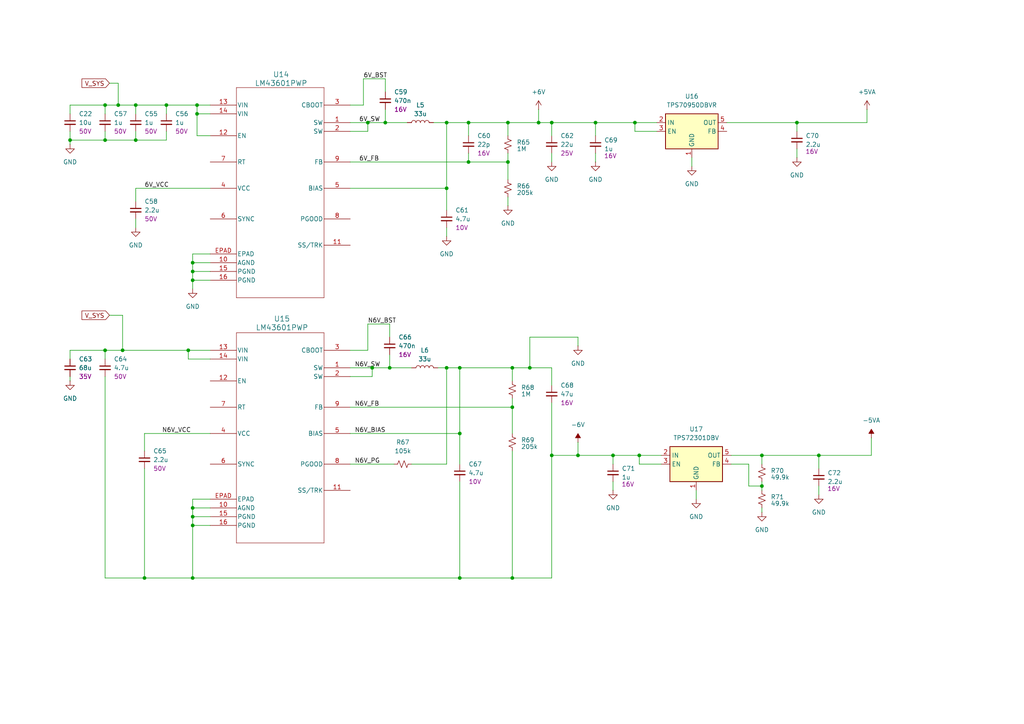
<source format=kicad_sch>
(kicad_sch
	(version 20231120)
	(generator "eeschema")
	(generator_version "8.0")
	(uuid "e75a1ecb-8c48-4efb-a9f4-ad7195e0fd26")
	(paper "A4")
	(lib_symbols
		(symbol "1_User_Library:Capacitor_non_polar"
			(pin_numbers hide)
			(pin_names
				(offset 0.254) hide)
			(exclude_from_sim no)
			(in_bom yes)
			(on_board yes)
			(property "Reference" "C"
				(at 2.54 1.778 0)
				(effects
					(font
						(size 1.27 1.27)
					)
					(justify left)
				)
			)
			(property "Value" "val"
				(at 2.54 0 0)
				(effects
					(font
						(size 1.27 1.27)
					)
					(justify left)
				)
			)
			(property "Footprint" ""
				(at 0 0 0)
				(effects
					(font
						(size 1.27 1.27)
					)
					(hide yes)
				)
			)
			(property "Datasheet" "~"
				(at 0 0 0)
				(effects
					(font
						(size 1.27 1.27)
					)
					(hide yes)
				)
			)
			(property "Description" ""
				(at 0 0 0)
				(effects
					(font
						(size 1.27 1.27)
					)
					(hide yes)
				)
			)
			(property "Part Number" ""
				(at 0 0 0)
				(effects
					(font
						(size 1.27 1.27)
					)
					(hide yes)
				)
			)
			(property "Voltage" "Vol"
				(at 2.54 -2.032 0)
				(effects
					(font
						(size 1.27 1.27)
					)
					(justify left)
				)
			)
			(property "ki_keywords" "capacitor cap"
				(at 0 0 0)
				(effects
					(font
						(size 1.27 1.27)
					)
					(hide yes)
				)
			)
			(property "ki_fp_filters" "C_*"
				(at 0 0 0)
				(effects
					(font
						(size 1.27 1.27)
					)
					(hide yes)
				)
			)
			(symbol "Capacitor_non_polar_0_1"
				(polyline
					(pts
						(xy -1.524 -0.508) (xy 1.524 -0.508)
					)
					(stroke
						(width 0.3302)
						(type default)
					)
					(fill
						(type none)
					)
				)
				(polyline
					(pts
						(xy -1.524 0.508) (xy 1.524 0.508)
					)
					(stroke
						(width 0.3048)
						(type default)
					)
					(fill
						(type none)
					)
				)
			)
			(symbol "Capacitor_non_polar_1_1"
				(pin passive line
					(at 0 2.54 270)
					(length 2.032)
					(name "~"
						(effects
							(font
								(size 1.27 1.27)
							)
						)
					)
					(number "1"
						(effects
							(font
								(size 1.27 1.27)
							)
						)
					)
				)
				(pin passive line
					(at 0 -2.54 90)
					(length 2.032)
					(name "~"
						(effects
							(font
								(size 1.27 1.27)
							)
						)
					)
					(number "2"
						(effects
							(font
								(size 1.27 1.27)
							)
						)
					)
				)
			)
		)
		(symbol "1_User_Library:Inductor"
			(pin_numbers hide)
			(pin_names
				(offset 1.016) hide)
			(exclude_from_sim no)
			(in_bom yes)
			(on_board yes)
			(property "Reference" "L"
				(at -1.27 0 90)
				(effects
					(font
						(size 1.27 1.27)
					)
				)
			)
			(property "Value" "Inductor"
				(at 1.905 0 90)
				(effects
					(font
						(size 1.27 1.27)
					)
				)
			)
			(property "Footprint" ""
				(at 0 0 0)
				(effects
					(font
						(size 1.27 1.27)
					)
					(hide yes)
				)
			)
			(property "Datasheet" "~"
				(at 0 0 0)
				(effects
					(font
						(size 1.27 1.27)
					)
					(hide yes)
				)
			)
			(property "Description" "Inductor"
				(at 0 0 0)
				(effects
					(font
						(size 1.27 1.27)
					)
					(hide yes)
				)
			)
			(property "Part Number" ""
				(at 0 0 0)
				(effects
					(font
						(size 1.27 1.27)
					)
					(hide yes)
				)
			)
			(property "ki_keywords" "inductor choke coil reactor magnetic"
				(at 0 0 0)
				(effects
					(font
						(size 1.27 1.27)
					)
					(hide yes)
				)
			)
			(property "ki_fp_filters" "Choke_* *Coil* Inductor_* L_*"
				(at 0 0 0)
				(effects
					(font
						(size 1.27 1.27)
					)
					(hide yes)
				)
			)
			(symbol "Inductor_0_1"
				(arc
					(start 0 -2.54)
					(mid 0.6323 -1.905)
					(end 0 -1.27)
					(stroke
						(width 0)
						(type default)
					)
					(fill
						(type none)
					)
				)
				(arc
					(start 0 -1.27)
					(mid 0.6323 -0.635)
					(end 0 0)
					(stroke
						(width 0)
						(type default)
					)
					(fill
						(type none)
					)
				)
				(arc
					(start 0 0)
					(mid 0.6323 0.635)
					(end 0 1.27)
					(stroke
						(width 0)
						(type default)
					)
					(fill
						(type none)
					)
				)
				(arc
					(start 0 1.27)
					(mid 0.6323 1.905)
					(end 0 2.54)
					(stroke
						(width 0)
						(type default)
					)
					(fill
						(type none)
					)
				)
			)
			(symbol "Inductor_1_1"
				(pin passive line
					(at 0 3.81 270)
					(length 1.27)
					(name "1"
						(effects
							(font
								(size 1.27 1.27)
							)
						)
					)
					(number "1"
						(effects
							(font
								(size 1.27 1.27)
							)
						)
					)
				)
				(pin passive line
					(at 0 -3.81 90)
					(length 1.27)
					(name "2"
						(effects
							(font
								(size 1.27 1.27)
							)
						)
					)
					(number "2"
						(effects
							(font
								(size 1.27 1.27)
							)
						)
					)
				)
			)
		)
		(symbol "1_User_Library:LM43601PWP"
			(pin_names
				(offset 0.254)
			)
			(exclude_from_sim no)
			(in_bom yes)
			(on_board yes)
			(property "Reference" "U"
				(at 20.32 10.16 0)
				(effects
					(font
						(size 1.524 1.524)
					)
				)
			)
			(property "Value" "LM43601PWP"
				(at 20.32 7.62 0)
				(effects
					(font
						(size 1.524 1.524)
					)
				)
			)
			(property "Footprint" "PWP16_TEX"
				(at 0.254 11.43 0)
				(effects
					(font
						(size 1.27 1.27)
						(italic yes)
					)
					(hide yes)
				)
			)
			(property "Datasheet" "LM43601PWP"
				(at -0.508 9.398 0)
				(effects
					(font
						(size 1.27 1.27)
						(italic yes)
					)
					(hide yes)
				)
			)
			(property "Description" "3.5V to 36V, 1A Synchronous Step-Down Voltage Converter"
				(at 20.32 14.732 0)
				(effects
					(font
						(size 1.27 1.27)
					)
					(hide yes)
				)
			)
			(property "Part Number" "LM43601PWP"
				(at 0 0 0)
				(effects
					(font
						(size 1.27 1.27)
					)
					(hide yes)
				)
			)
			(property "ki_keywords" "LM43601PWP"
				(at 0 0 0)
				(effects
					(font
						(size 1.27 1.27)
					)
					(hide yes)
				)
			)
			(property "ki_fp_filters" "PWP16_TEX PWP16_TEX-M PWP16_TEX-L"
				(at 0 0 0)
				(effects
					(font
						(size 1.27 1.27)
					)
					(hide yes)
				)
			)
			(symbol "LM43601PWP_0_1"
				(polyline
					(pts
						(xy 7.62 -55.88) (xy 33.02 -55.88)
					)
					(stroke
						(width 0.127)
						(type default)
					)
					(fill
						(type none)
					)
				)
				(polyline
					(pts
						(xy 7.62 5.08) (xy 7.62 -55.88)
					)
					(stroke
						(width 0.127)
						(type default)
					)
					(fill
						(type none)
					)
				)
				(polyline
					(pts
						(xy 33.02 -55.88) (xy 33.02 5.08)
					)
					(stroke
						(width 0.127)
						(type default)
					)
					(fill
						(type none)
					)
				)
				(polyline
					(pts
						(xy 33.02 5.08) (xy 7.62 5.08)
					)
					(stroke
						(width 0.127)
						(type default)
					)
					(fill
						(type none)
					)
				)
				(pin output line
					(at 40.64 -5.08 180)
					(length 7.62)
					(name "SW"
						(effects
							(font
								(size 1.27 1.27)
							)
						)
					)
					(number "1"
						(effects
							(font
								(size 1.27 1.27)
							)
						)
					)
				)
				(pin power_in line
					(at 0 -45.72 0)
					(length 7.62)
					(name "AGND"
						(effects
							(font
								(size 1.27 1.27)
							)
						)
					)
					(number "10"
						(effects
							(font
								(size 1.27 1.27)
							)
						)
					)
				)
				(pin unspecified line
					(at 40.64 -40.64 180)
					(length 7.62)
					(name "SS/TRK"
						(effects
							(font
								(size 1.27 1.27)
							)
						)
					)
					(number "11"
						(effects
							(font
								(size 1.27 1.27)
							)
						)
					)
				)
				(pin input line
					(at 0 -8.89 0)
					(length 7.62)
					(name "EN"
						(effects
							(font
								(size 1.27 1.27)
							)
						)
					)
					(number "12"
						(effects
							(font
								(size 1.27 1.27)
							)
						)
					)
				)
				(pin input line
					(at 0 0 0)
					(length 7.62)
					(name "VIN"
						(effects
							(font
								(size 1.27 1.27)
							)
						)
					)
					(number "13"
						(effects
							(font
								(size 1.27 1.27)
							)
						)
					)
				)
				(pin input line
					(at 0 -2.54 0)
					(length 7.62)
					(name "VIN"
						(effects
							(font
								(size 1.27 1.27)
							)
						)
					)
					(number "14"
						(effects
							(font
								(size 1.27 1.27)
							)
						)
					)
				)
				(pin power_in line
					(at 0 -48.26 0)
					(length 7.62)
					(name "PGND"
						(effects
							(font
								(size 1.27 1.27)
							)
						)
					)
					(number "15"
						(effects
							(font
								(size 1.27 1.27)
							)
						)
					)
				)
				(pin power_in line
					(at 0 -50.8 0)
					(length 7.62)
					(name "PGND"
						(effects
							(font
								(size 1.27 1.27)
							)
						)
					)
					(number "16"
						(effects
							(font
								(size 1.27 1.27)
							)
						)
					)
				)
				(pin output line
					(at 40.64 -7.62 180)
					(length 7.62)
					(name "SW"
						(effects
							(font
								(size 1.27 1.27)
							)
						)
					)
					(number "2"
						(effects
							(font
								(size 1.27 1.27)
							)
						)
					)
				)
				(pin unspecified line
					(at 40.64 0 180)
					(length 7.62)
					(name "CBOOT"
						(effects
							(font
								(size 1.27 1.27)
							)
						)
					)
					(number "3"
						(effects
							(font
								(size 1.27 1.27)
							)
						)
					)
				)
				(pin power_in line
					(at 0 -24.13 0)
					(length 7.62)
					(name "VCC"
						(effects
							(font
								(size 1.27 1.27)
							)
						)
					)
					(number "4"
						(effects
							(font
								(size 1.27 1.27)
							)
						)
					)
				)
				(pin input line
					(at 40.64 -24.13 180)
					(length 7.62)
					(name "BIAS"
						(effects
							(font
								(size 1.27 1.27)
							)
						)
					)
					(number "5"
						(effects
							(font
								(size 1.27 1.27)
							)
						)
					)
				)
				(pin input line
					(at 0 -33.02 0)
					(length 7.62)
					(name "SYNC"
						(effects
							(font
								(size 1.27 1.27)
							)
						)
					)
					(number "6"
						(effects
							(font
								(size 1.27 1.27)
							)
						)
					)
				)
				(pin unspecified line
					(at 0 -16.51 0)
					(length 7.62)
					(name "RT"
						(effects
							(font
								(size 1.27 1.27)
							)
						)
					)
					(number "7"
						(effects
							(font
								(size 1.27 1.27)
							)
						)
					)
				)
				(pin output line
					(at 40.64 -33.02 180)
					(length 7.62)
					(name "PGOOD"
						(effects
							(font
								(size 1.27 1.27)
							)
						)
					)
					(number "8"
						(effects
							(font
								(size 1.27 1.27)
							)
						)
					)
				)
				(pin input line
					(at 40.64 -16.51 180)
					(length 7.62)
					(name "FB"
						(effects
							(font
								(size 1.27 1.27)
							)
						)
					)
					(number "9"
						(effects
							(font
								(size 1.27 1.27)
							)
						)
					)
				)
				(pin unspecified line
					(at 0 -43.18 0)
					(length 7.62)
					(name "EPAD"
						(effects
							(font
								(size 1.27 1.27)
							)
						)
					)
					(number "EPAD"
						(effects
							(font
								(size 1.27 1.27)
							)
						)
					)
				)
			)
		)
		(symbol "1_User_Library:Resistor"
			(pin_numbers hide)
			(pin_names
				(offset 0.254) hide)
			(exclude_from_sim no)
			(in_bom yes)
			(on_board yes)
			(property "Reference" "R"
				(at 0.762 0.508 0)
				(effects
					(font
						(size 1.27 1.27)
					)
					(justify left)
				)
			)
			(property "Value" ""
				(at 0.762 -1.016 0)
				(effects
					(font
						(size 1.27 1.27)
					)
					(justify left)
				)
			)
			(property "Footprint" ""
				(at 0 0 0)
				(effects
					(font
						(size 1.27 1.27)
					)
					(hide yes)
				)
			)
			(property "Datasheet" "~"
				(at 0 0 0)
				(effects
					(font
						(size 1.27 1.27)
					)
					(hide yes)
				)
			)
			(property "Description" ""
				(at 0 0 0)
				(effects
					(font
						(size 1.27 1.27)
					)
					(hide yes)
				)
			)
			(property "Part Number" ""
				(at 0 0 0)
				(effects
					(font
						(size 1.27 1.27)
					)
					(hide yes)
				)
			)
			(property "ki_keywords" "r resistor"
				(at 0 0 0)
				(effects
					(font
						(size 1.27 1.27)
					)
					(hide yes)
				)
			)
			(property "ki_fp_filters" "R_*"
				(at 0 0 0)
				(effects
					(font
						(size 1.27 1.27)
					)
					(hide yes)
				)
			)
			(symbol "Resistor_1_1"
				(polyline
					(pts
						(xy 0 0) (xy 1.016 -0.381) (xy 0 -0.762) (xy -1.016 -1.143) (xy 0 -1.524)
					)
					(stroke
						(width 0)
						(type default)
					)
					(fill
						(type none)
					)
				)
				(polyline
					(pts
						(xy 0 1.524) (xy 1.016 1.143) (xy 0 0.762) (xy -1.016 0.381) (xy 0 0)
					)
					(stroke
						(width 0)
						(type default)
					)
					(fill
						(type none)
					)
				)
				(pin passive line
					(at 0 2.54 270)
					(length 1.016)
					(name "~"
						(effects
							(font
								(size 1.27 1.27)
							)
						)
					)
					(number "1"
						(effects
							(font
								(size 1.27 1.27)
							)
						)
					)
				)
				(pin passive line
					(at 0 -2.54 90)
					(length 1.016)
					(name "~"
						(effects
							(font
								(size 1.27 1.27)
							)
						)
					)
					(number "2"
						(effects
							(font
								(size 1.27 1.27)
							)
						)
					)
				)
			)
		)
		(symbol "1_User_Library:TPS70950DBVR"
			(exclude_from_sim no)
			(in_bom yes)
			(on_board yes)
			(property "Reference" "U"
				(at -6.35 6.35 0)
				(effects
					(font
						(size 1.27 1.27)
					)
				)
			)
			(property "Value" "TPS70950DBVR"
				(at 0 6.35 0)
				(effects
					(font
						(size 1.27 1.27)
					)
					(justify left)
				)
			)
			(property "Footprint" "Package_TO_SOT_SMD:SOT-23-5"
				(at 0 10.16 0)
				(effects
					(font
						(size 1.27 1.27)
						(italic yes)
					)
					(hide yes)
				)
			)
			(property "Datasheet" "https://www.ti.com/lit/ds/symlink/tps723.pdf"
				(at 0 -17.78 0)
				(effects
					(font
						(size 1.27 1.27)
					)
					(hide yes)
				)
			)
			(property "Description" "200-mA, Low-Noise, High-PSRR, Negative Output Low-Dropout Linear Regulator, Adjustable Output (-1.2 V to -10 V), SOT-23-5"
				(at 0 0 0)
				(effects
					(font
						(size 1.27 1.27)
					)
					(hide yes)
				)
			)
			(property "ki_fp_filters" "SOT?23*"
				(at 0 0 0)
				(effects
					(font
						(size 1.27 1.27)
					)
					(hide yes)
				)
			)
			(symbol "TPS70950DBVR_0_1"
				(rectangle
					(start -7.62 -5.08)
					(end 7.62 5.08)
					(stroke
						(width 0.254)
						(type default)
					)
					(fill
						(type background)
					)
				)
			)
			(symbol "TPS70950DBVR_1_1"
				(pin power_in line
					(at 0 -7.62 90)
					(length 2.54)
					(name "GND"
						(effects
							(font
								(size 1.27 1.27)
							)
						)
					)
					(number "1"
						(effects
							(font
								(size 1.27 1.27)
							)
						)
					)
				)
				(pin power_in line
					(at -10.16 2.54 0)
					(length 2.54)
					(name "IN"
						(effects
							(font
								(size 1.27 1.27)
							)
						)
					)
					(number "2"
						(effects
							(font
								(size 1.27 1.27)
							)
						)
					)
				)
				(pin input line
					(at -10.16 0 0)
					(length 2.54)
					(name "EN"
						(effects
							(font
								(size 1.27 1.27)
							)
						)
					)
					(number "3"
						(effects
							(font
								(size 1.27 1.27)
							)
						)
					)
				)
				(pin input line
					(at 10.16 0 180)
					(length 2.54)
					(name "FB"
						(effects
							(font
								(size 1.27 1.27)
							)
						)
					)
					(number "4"
						(effects
							(font
								(size 1.27 1.27)
							)
						)
					)
				)
				(pin power_out line
					(at 10.16 2.54 180)
					(length 2.54)
					(name "OUT"
						(effects
							(font
								(size 1.27 1.27)
							)
						)
					)
					(number "5"
						(effects
							(font
								(size 1.27 1.27)
							)
						)
					)
				)
			)
		)
		(symbol "LM43601PWP_1"
			(pin_names
				(offset 0.254)
			)
			(exclude_from_sim no)
			(in_bom yes)
			(on_board yes)
			(property "Reference" "U"
				(at 20.32 10.16 0)
				(effects
					(font
						(size 1.524 1.524)
					)
				)
			)
			(property "Value" "LM43601PWP"
				(at 20.32 7.62 0)
				(effects
					(font
						(size 1.524 1.524)
					)
				)
			)
			(property "Footprint" "PWP16_TEX"
				(at 0.254 11.43 0)
				(effects
					(font
						(size 1.27 1.27)
						(italic yes)
					)
					(hide yes)
				)
			)
			(property "Datasheet" "LM43601PWP"
				(at -0.508 9.398 0)
				(effects
					(font
						(size 1.27 1.27)
						(italic yes)
					)
					(hide yes)
				)
			)
			(property "Description" "3.5V to 36V, 1A Synchronous Step-Down Voltage Converter"
				(at 20.32 14.732 0)
				(effects
					(font
						(size 1.27 1.27)
					)
					(hide yes)
				)
			)
			(property "Part Number" "LM43601PWP"
				(at 0 0 0)
				(effects
					(font
						(size 1.27 1.27)
					)
					(hide yes)
				)
			)
			(property "ki_keywords" "LM43601PWP"
				(at 0 0 0)
				(effects
					(font
						(size 1.27 1.27)
					)
					(hide yes)
				)
			)
			(property "ki_fp_filters" "PWP16_TEX PWP16_TEX-M PWP16_TEX-L"
				(at 0 0 0)
				(effects
					(font
						(size 1.27 1.27)
					)
					(hide yes)
				)
			)
			(symbol "LM43601PWP_1_0_1"
				(polyline
					(pts
						(xy 7.62 -55.88) (xy 33.02 -55.88)
					)
					(stroke
						(width 0.127)
						(type default)
					)
					(fill
						(type none)
					)
				)
				(polyline
					(pts
						(xy 7.62 5.08) (xy 7.62 -55.88)
					)
					(stroke
						(width 0.127)
						(type default)
					)
					(fill
						(type none)
					)
				)
				(polyline
					(pts
						(xy 33.02 -55.88) (xy 33.02 5.08)
					)
					(stroke
						(width 0.127)
						(type default)
					)
					(fill
						(type none)
					)
				)
				(polyline
					(pts
						(xy 33.02 5.08) (xy 7.62 5.08)
					)
					(stroke
						(width 0.127)
						(type default)
					)
					(fill
						(type none)
					)
				)
				(pin output line
					(at 40.64 -5.08 180)
					(length 7.62)
					(name "SW"
						(effects
							(font
								(size 1.27 1.27)
							)
						)
					)
					(number "1"
						(effects
							(font
								(size 1.27 1.27)
							)
						)
					)
				)
				(pin power_in line
					(at 0 -45.72 0)
					(length 7.62)
					(name "AGND"
						(effects
							(font
								(size 1.27 1.27)
							)
						)
					)
					(number "10"
						(effects
							(font
								(size 1.27 1.27)
							)
						)
					)
				)
				(pin unspecified line
					(at 40.64 -40.64 180)
					(length 7.62)
					(name "SS/TRK"
						(effects
							(font
								(size 1.27 1.27)
							)
						)
					)
					(number "11"
						(effects
							(font
								(size 1.27 1.27)
							)
						)
					)
				)
				(pin input line
					(at 0 -8.89 0)
					(length 7.62)
					(name "EN"
						(effects
							(font
								(size 1.27 1.27)
							)
						)
					)
					(number "12"
						(effects
							(font
								(size 1.27 1.27)
							)
						)
					)
				)
				(pin input line
					(at 0 0 0)
					(length 7.62)
					(name "VIN"
						(effects
							(font
								(size 1.27 1.27)
							)
						)
					)
					(number "13"
						(effects
							(font
								(size 1.27 1.27)
							)
						)
					)
				)
				(pin input line
					(at 0 -2.54 0)
					(length 7.62)
					(name "VIN"
						(effects
							(font
								(size 1.27 1.27)
							)
						)
					)
					(number "14"
						(effects
							(font
								(size 1.27 1.27)
							)
						)
					)
				)
				(pin power_in line
					(at 0 -48.26 0)
					(length 7.62)
					(name "PGND"
						(effects
							(font
								(size 1.27 1.27)
							)
						)
					)
					(number "15"
						(effects
							(font
								(size 1.27 1.27)
							)
						)
					)
				)
				(pin power_in line
					(at 0 -50.8 0)
					(length 7.62)
					(name "PGND"
						(effects
							(font
								(size 1.27 1.27)
							)
						)
					)
					(number "16"
						(effects
							(font
								(size 1.27 1.27)
							)
						)
					)
				)
				(pin output line
					(at 40.64 -7.62 180)
					(length 7.62)
					(name "SW"
						(effects
							(font
								(size 1.27 1.27)
							)
						)
					)
					(number "2"
						(effects
							(font
								(size 1.27 1.27)
							)
						)
					)
				)
				(pin unspecified line
					(at 40.64 0 180)
					(length 7.62)
					(name "CBOOT"
						(effects
							(font
								(size 1.27 1.27)
							)
						)
					)
					(number "3"
						(effects
							(font
								(size 1.27 1.27)
							)
						)
					)
				)
				(pin power_in line
					(at 0 -24.13 0)
					(length 7.62)
					(name "VCC"
						(effects
							(font
								(size 1.27 1.27)
							)
						)
					)
					(number "4"
						(effects
							(font
								(size 1.27 1.27)
							)
						)
					)
				)
				(pin input line
					(at 40.64 -24.13 180)
					(length 7.62)
					(name "BIAS"
						(effects
							(font
								(size 1.27 1.27)
							)
						)
					)
					(number "5"
						(effects
							(font
								(size 1.27 1.27)
							)
						)
					)
				)
				(pin input line
					(at 0 -33.02 0)
					(length 7.62)
					(name "SYNC"
						(effects
							(font
								(size 1.27 1.27)
							)
						)
					)
					(number "6"
						(effects
							(font
								(size 1.27 1.27)
							)
						)
					)
				)
				(pin unspecified line
					(at 0 -16.51 0)
					(length 7.62)
					(name "RT"
						(effects
							(font
								(size 1.27 1.27)
							)
						)
					)
					(number "7"
						(effects
							(font
								(size 1.27 1.27)
							)
						)
					)
				)
				(pin output line
					(at 40.64 -33.02 180)
					(length 7.62)
					(name "PGOOD"
						(effects
							(font
								(size 1.27 1.27)
							)
						)
					)
					(number "8"
						(effects
							(font
								(size 1.27 1.27)
							)
						)
					)
				)
				(pin input line
					(at 40.64 -16.51 180)
					(length 7.62)
					(name "FB"
						(effects
							(font
								(size 1.27 1.27)
							)
						)
					)
					(number "9"
						(effects
							(font
								(size 1.27 1.27)
							)
						)
					)
				)
				(pin unspecified line
					(at 0 -43.18 0)
					(length 7.62)
					(name "EPAD"
						(effects
							(font
								(size 1.27 1.27)
							)
						)
					)
					(number "EPAD"
						(effects
							(font
								(size 1.27 1.27)
							)
						)
					)
				)
			)
		)
		(symbol "Regulator_Linear:TPS72301DBV"
			(exclude_from_sim no)
			(in_bom yes)
			(on_board yes)
			(property "Reference" "U"
				(at -6.35 6.35 0)
				(effects
					(font
						(size 1.27 1.27)
					)
				)
			)
			(property "Value" "TPS72301DBV"
				(at 0 6.35 0)
				(effects
					(font
						(size 1.27 1.27)
					)
					(justify left)
				)
			)
			(property "Footprint" "Package_TO_SOT_SMD:SOT-23-5"
				(at 0 10.16 0)
				(effects
					(font
						(size 1.27 1.27)
						(italic yes)
					)
					(hide yes)
				)
			)
			(property "Datasheet" "https://www.ti.com/lit/ds/symlink/tps723.pdf"
				(at 0 -17.78 0)
				(effects
					(font
						(size 1.27 1.27)
					)
					(hide yes)
				)
			)
			(property "Description" "200-mA, Low-Noise, High-PSRR, Negative Output Low-Dropout Linear Regulator, Adjustable Output (-1.2 V to -10 V), SOT-23-5"
				(at 0 0 0)
				(effects
					(font
						(size 1.27 1.27)
					)
					(hide yes)
				)
			)
			(property "ki_fp_filters" "SOT?23*"
				(at 0 0 0)
				(effects
					(font
						(size 1.27 1.27)
					)
					(hide yes)
				)
			)
			(symbol "TPS72301DBV_0_1"
				(rectangle
					(start -7.62 -5.08)
					(end 7.62 5.08)
					(stroke
						(width 0.254)
						(type default)
					)
					(fill
						(type background)
					)
				)
			)
			(symbol "TPS72301DBV_1_1"
				(pin power_in line
					(at 0 -7.62 90)
					(length 2.54)
					(name "GND"
						(effects
							(font
								(size 1.27 1.27)
							)
						)
					)
					(number "1"
						(effects
							(font
								(size 1.27 1.27)
							)
						)
					)
				)
				(pin power_in line
					(at -10.16 2.54 0)
					(length 2.54)
					(name "IN"
						(effects
							(font
								(size 1.27 1.27)
							)
						)
					)
					(number "2"
						(effects
							(font
								(size 1.27 1.27)
							)
						)
					)
				)
				(pin input line
					(at -10.16 0 0)
					(length 2.54)
					(name "EN"
						(effects
							(font
								(size 1.27 1.27)
							)
						)
					)
					(number "3"
						(effects
							(font
								(size 1.27 1.27)
							)
						)
					)
				)
				(pin input line
					(at 10.16 0 180)
					(length 2.54)
					(name "FB"
						(effects
							(font
								(size 1.27 1.27)
							)
						)
					)
					(number "4"
						(effects
							(font
								(size 1.27 1.27)
							)
						)
					)
				)
				(pin power_out line
					(at 10.16 2.54 180)
					(length 2.54)
					(name "OUT"
						(effects
							(font
								(size 1.27 1.27)
							)
						)
					)
					(number "5"
						(effects
							(font
								(size 1.27 1.27)
							)
						)
					)
				)
			)
		)
		(symbol "power:+5VA"
			(power)
			(pin_numbers hide)
			(pin_names
				(offset 0) hide)
			(exclude_from_sim no)
			(in_bom yes)
			(on_board yes)
			(property "Reference" "#PWR"
				(at 0 -3.81 0)
				(effects
					(font
						(size 1.27 1.27)
					)
					(hide yes)
				)
			)
			(property "Value" "+5VA"
				(at 0 3.556 0)
				(effects
					(font
						(size 1.27 1.27)
					)
				)
			)
			(property "Footprint" ""
				(at 0 0 0)
				(effects
					(font
						(size 1.27 1.27)
					)
					(hide yes)
				)
			)
			(property "Datasheet" ""
				(at 0 0 0)
				(effects
					(font
						(size 1.27 1.27)
					)
					(hide yes)
				)
			)
			(property "Description" "Power symbol creates a global label with name \"+5VA\""
				(at 0 0 0)
				(effects
					(font
						(size 1.27 1.27)
					)
					(hide yes)
				)
			)
			(property "ki_keywords" "global power"
				(at 0 0 0)
				(effects
					(font
						(size 1.27 1.27)
					)
					(hide yes)
				)
			)
			(symbol "+5VA_0_1"
				(polyline
					(pts
						(xy -0.762 1.27) (xy 0 2.54)
					)
					(stroke
						(width 0)
						(type default)
					)
					(fill
						(type none)
					)
				)
				(polyline
					(pts
						(xy 0 0) (xy 0 2.54)
					)
					(stroke
						(width 0)
						(type default)
					)
					(fill
						(type none)
					)
				)
				(polyline
					(pts
						(xy 0 2.54) (xy 0.762 1.27)
					)
					(stroke
						(width 0)
						(type default)
					)
					(fill
						(type none)
					)
				)
			)
			(symbol "+5VA_1_1"
				(pin power_in line
					(at 0 0 90)
					(length 0)
					(name "~"
						(effects
							(font
								(size 1.27 1.27)
							)
						)
					)
					(number "1"
						(effects
							(font
								(size 1.27 1.27)
							)
						)
					)
				)
			)
		)
		(symbol "power:+6V"
			(power)
			(pin_numbers hide)
			(pin_names
				(offset 0) hide)
			(exclude_from_sim no)
			(in_bom yes)
			(on_board yes)
			(property "Reference" "#PWR"
				(at 0 -3.81 0)
				(effects
					(font
						(size 1.27 1.27)
					)
					(hide yes)
				)
			)
			(property "Value" "+6V"
				(at 0 3.556 0)
				(effects
					(font
						(size 1.27 1.27)
					)
				)
			)
			(property "Footprint" ""
				(at 0 0 0)
				(effects
					(font
						(size 1.27 1.27)
					)
					(hide yes)
				)
			)
			(property "Datasheet" ""
				(at 0 0 0)
				(effects
					(font
						(size 1.27 1.27)
					)
					(hide yes)
				)
			)
			(property "Description" "Power symbol creates a global label with name \"+6V\""
				(at 0 0 0)
				(effects
					(font
						(size 1.27 1.27)
					)
					(hide yes)
				)
			)
			(property "ki_keywords" "global power"
				(at 0 0 0)
				(effects
					(font
						(size 1.27 1.27)
					)
					(hide yes)
				)
			)
			(symbol "+6V_0_1"
				(polyline
					(pts
						(xy -0.762 1.27) (xy 0 2.54)
					)
					(stroke
						(width 0)
						(type default)
					)
					(fill
						(type none)
					)
				)
				(polyline
					(pts
						(xy 0 0) (xy 0 2.54)
					)
					(stroke
						(width 0)
						(type default)
					)
					(fill
						(type none)
					)
				)
				(polyline
					(pts
						(xy 0 2.54) (xy 0.762 1.27)
					)
					(stroke
						(width 0)
						(type default)
					)
					(fill
						(type none)
					)
				)
			)
			(symbol "+6V_1_1"
				(pin power_in line
					(at 0 0 90)
					(length 0)
					(name "~"
						(effects
							(font
								(size 1.27 1.27)
							)
						)
					)
					(number "1"
						(effects
							(font
								(size 1.27 1.27)
							)
						)
					)
				)
			)
		)
		(symbol "power:-5VA"
			(power)
			(pin_numbers hide)
			(pin_names
				(offset 0) hide)
			(exclude_from_sim no)
			(in_bom yes)
			(on_board yes)
			(property "Reference" "#PWR"
				(at 0 -3.81 0)
				(effects
					(font
						(size 1.27 1.27)
					)
					(hide yes)
				)
			)
			(property "Value" "-5VA"
				(at 0 3.556 0)
				(effects
					(font
						(size 1.27 1.27)
					)
				)
			)
			(property "Footprint" ""
				(at 0 0 0)
				(effects
					(font
						(size 1.27 1.27)
					)
					(hide yes)
				)
			)
			(property "Datasheet" ""
				(at 0 0 0)
				(effects
					(font
						(size 1.27 1.27)
					)
					(hide yes)
				)
			)
			(property "Description" "Power symbol creates a global label with name \"-5VA\""
				(at 0 0 0)
				(effects
					(font
						(size 1.27 1.27)
					)
					(hide yes)
				)
			)
			(property "ki_keywords" "global power"
				(at 0 0 0)
				(effects
					(font
						(size 1.27 1.27)
					)
					(hide yes)
				)
			)
			(symbol "-5VA_0_0"
				(pin power_in line
					(at 0 0 90)
					(length 0)
					(name "~"
						(effects
							(font
								(size 1.27 1.27)
							)
						)
					)
					(number "1"
						(effects
							(font
								(size 1.27 1.27)
							)
						)
					)
				)
			)
			(symbol "-5VA_0_1"
				(polyline
					(pts
						(xy 0 0) (xy 0 1.27) (xy 0.762 1.27) (xy 0 2.54) (xy -0.762 1.27) (xy 0 1.27)
					)
					(stroke
						(width 0)
						(type default)
					)
					(fill
						(type outline)
					)
				)
			)
		)
		(symbol "power:-6V"
			(power)
			(pin_numbers hide)
			(pin_names
				(offset 0) hide)
			(exclude_from_sim no)
			(in_bom yes)
			(on_board yes)
			(property "Reference" "#PWR"
				(at 0 -3.81 0)
				(effects
					(font
						(size 1.27 1.27)
					)
					(hide yes)
				)
			)
			(property "Value" "-6V"
				(at 0 3.556 0)
				(effects
					(font
						(size 1.27 1.27)
					)
				)
			)
			(property "Footprint" ""
				(at 0 0 0)
				(effects
					(font
						(size 1.27 1.27)
					)
					(hide yes)
				)
			)
			(property "Datasheet" ""
				(at 0 0 0)
				(effects
					(font
						(size 1.27 1.27)
					)
					(hide yes)
				)
			)
			(property "Description" "Power symbol creates a global label with name \"-6V\""
				(at 0 0 0)
				(effects
					(font
						(size 1.27 1.27)
					)
					(hide yes)
				)
			)
			(property "ki_keywords" "global power"
				(at 0 0 0)
				(effects
					(font
						(size 1.27 1.27)
					)
					(hide yes)
				)
			)
			(symbol "-6V_0_0"
				(pin power_in line
					(at 0 0 90)
					(length 0)
					(name "~"
						(effects
							(font
								(size 1.27 1.27)
							)
						)
					)
					(number "1"
						(effects
							(font
								(size 1.27 1.27)
							)
						)
					)
				)
			)
			(symbol "-6V_0_1"
				(polyline
					(pts
						(xy 0 0) (xy 0 1.27) (xy 0.762 1.27) (xy 0 2.54) (xy -0.762 1.27) (xy 0 1.27)
					)
					(stroke
						(width 0)
						(type default)
					)
					(fill
						(type outline)
					)
				)
			)
		)
		(symbol "power:GND"
			(power)
			(pin_numbers hide)
			(pin_names
				(offset 0) hide)
			(exclude_from_sim no)
			(in_bom yes)
			(on_board yes)
			(property "Reference" "#PWR"
				(at 0 -6.35 0)
				(effects
					(font
						(size 1.27 1.27)
					)
					(hide yes)
				)
			)
			(property "Value" "GND"
				(at 0 -3.81 0)
				(effects
					(font
						(size 1.27 1.27)
					)
				)
			)
			(property "Footprint" ""
				(at 0 0 0)
				(effects
					(font
						(size 1.27 1.27)
					)
					(hide yes)
				)
			)
			(property "Datasheet" ""
				(at 0 0 0)
				(effects
					(font
						(size 1.27 1.27)
					)
					(hide yes)
				)
			)
			(property "Description" "Power symbol creates a global label with name \"GND\" , ground"
				(at 0 0 0)
				(effects
					(font
						(size 1.27 1.27)
					)
					(hide yes)
				)
			)
			(property "ki_keywords" "global power"
				(at 0 0 0)
				(effects
					(font
						(size 1.27 1.27)
					)
					(hide yes)
				)
			)
			(symbol "GND_0_1"
				(polyline
					(pts
						(xy 0 0) (xy 0 -1.27) (xy 1.27 -1.27) (xy 0 -2.54) (xy -1.27 -1.27) (xy 0 -1.27)
					)
					(stroke
						(width 0)
						(type default)
					)
					(fill
						(type none)
					)
				)
			)
			(symbol "GND_1_1"
				(pin power_in line
					(at 0 0 270)
					(length 0)
					(name "~"
						(effects
							(font
								(size 1.27 1.27)
							)
						)
					)
					(number "1"
						(effects
							(font
								(size 1.27 1.27)
							)
						)
					)
				)
			)
		)
	)
	(junction
		(at 39.37 40.64)
		(diameter 0)
		(color 0 0 0 0)
		(uuid "1a8f2c68-2fd4-4f00-830b-4202f625755a")
	)
	(junction
		(at 148.59 167.64)
		(diameter 0)
		(color 0 0 0 0)
		(uuid "1f613407-5db9-42b9-94e3-63014b943e25")
	)
	(junction
		(at 148.59 106.68)
		(diameter 0)
		(color 0 0 0 0)
		(uuid "2054a3c8-d02e-42d6-be72-ac2dd72c0f42")
	)
	(junction
		(at 184.15 35.56)
		(diameter 0)
		(color 0 0 0 0)
		(uuid "2615b256-8835-47a0-b1e2-9a9534899cd5")
	)
	(junction
		(at 57.15 30.48)
		(diameter 0)
		(color 0 0 0 0)
		(uuid "2d0fa7e3-feeb-4731-b44e-e8fe3566be08")
	)
	(junction
		(at 220.98 132.08)
		(diameter 0)
		(color 0 0 0 0)
		(uuid "33954586-0478-44e8-bdd7-b82760809ea1")
	)
	(junction
		(at 35.56 101.6)
		(diameter 0)
		(color 0 0 0 0)
		(uuid "3923f64d-53f5-47ed-b37d-c9ce1a3be112")
	)
	(junction
		(at 48.26 30.48)
		(diameter 0)
		(color 0 0 0 0)
		(uuid "3c2ecb08-1e18-4ed3-9203-170a2a6d0df8")
	)
	(junction
		(at 55.88 167.64)
		(diameter 0)
		(color 0 0 0 0)
		(uuid "3c7658cd-9e1a-4d86-9df1-aea8ee3dcf13")
	)
	(junction
		(at 55.88 147.32)
		(diameter 0)
		(color 0 0 0 0)
		(uuid "3ef30dd7-91b7-4ae8-8bc0-8cea167d37ab")
	)
	(junction
		(at 147.32 35.56)
		(diameter 0)
		(color 0 0 0 0)
		(uuid "4211ffc0-d00e-4502-96c8-4e751e45fc69")
	)
	(junction
		(at 185.42 132.08)
		(diameter 0)
		(color 0 0 0 0)
		(uuid "42a79aab-3b98-42db-8728-d4e979076528")
	)
	(junction
		(at 113.03 106.68)
		(diameter 0)
		(color 0 0 0 0)
		(uuid "5a97d84d-6fab-4251-b363-eb5f6b967b98")
	)
	(junction
		(at 133.35 106.68)
		(diameter 0)
		(color 0 0 0 0)
		(uuid "6efc403f-7a1f-4e38-871e-79fc43b3c07c")
	)
	(junction
		(at 55.88 81.28)
		(diameter 0)
		(color 0 0 0 0)
		(uuid "7636f1aa-c1ec-49bc-883b-c0df56088e85")
	)
	(junction
		(at 20.32 40.64)
		(diameter 0)
		(color 0 0 0 0)
		(uuid "798e36f0-647d-4894-8310-92c8443f5e6e")
	)
	(junction
		(at 39.37 30.48)
		(diameter 0)
		(color 0 0 0 0)
		(uuid "81a477b1-be63-420a-8bdd-ae3eac428f2d")
	)
	(junction
		(at 129.54 54.61)
		(diameter 0)
		(color 0 0 0 0)
		(uuid "82c22319-5838-4d2a-80ca-727cea04c445")
	)
	(junction
		(at 172.72 35.56)
		(diameter 0)
		(color 0 0 0 0)
		(uuid "82f5050a-6d90-4c1a-8e71-7a24a2043829")
	)
	(junction
		(at 55.88 76.2)
		(diameter 0)
		(color 0 0 0 0)
		(uuid "8c6181e3-8bcf-4adc-9220-fe09af3f08b9")
	)
	(junction
		(at 160.02 132.08)
		(diameter 0)
		(color 0 0 0 0)
		(uuid "8edf906a-5b68-4875-a818-13bf655e9755")
	)
	(junction
		(at 107.95 106.68)
		(diameter 0)
		(color 0 0 0 0)
		(uuid "903e072f-c81c-4dde-aa0e-dc48658ac208")
	)
	(junction
		(at 135.89 46.99)
		(diameter 0)
		(color 0 0 0 0)
		(uuid "93f77546-a68d-4b10-a06d-0b97be0fda51")
	)
	(junction
		(at 55.88 149.86)
		(diameter 0)
		(color 0 0 0 0)
		(uuid "9d7ecfa1-a292-48bb-aeec-ed4375ccb06b")
	)
	(junction
		(at 135.89 35.56)
		(diameter 0)
		(color 0 0 0 0)
		(uuid "9eebd2a8-571b-45c1-b9a1-1a3d2d3475f9")
	)
	(junction
		(at 106.68 35.56)
		(diameter 0)
		(color 0 0 0 0)
		(uuid "9f6a2b7d-fdcb-414c-bad7-6f4cfcf9d066")
	)
	(junction
		(at 156.21 35.56)
		(diameter 0)
		(color 0 0 0 0)
		(uuid "a4019469-937b-4454-9170-9c1e0ddc706e")
	)
	(junction
		(at 220.98 140.97)
		(diameter 0)
		(color 0 0 0 0)
		(uuid "a6dbf125-fa40-451e-bdf1-289acd168337")
	)
	(junction
		(at 167.64 132.08)
		(diameter 0)
		(color 0 0 0 0)
		(uuid "aa78e458-b7da-4f6d-94b3-de9459a9e821")
	)
	(junction
		(at 30.48 30.48)
		(diameter 0)
		(color 0 0 0 0)
		(uuid "ab1f1ba7-02ac-41b1-9c0f-5322ac2eccbf")
	)
	(junction
		(at 30.48 101.6)
		(diameter 0)
		(color 0 0 0 0)
		(uuid "ab9d5ca2-c580-43ac-8f54-9417161438f3")
	)
	(junction
		(at 231.14 35.56)
		(diameter 0)
		(color 0 0 0 0)
		(uuid "ac2b2579-8af8-4a07-a715-98169b9cd2bc")
	)
	(junction
		(at 177.8 132.08)
		(diameter 0)
		(color 0 0 0 0)
		(uuid "af9e8fb6-ddee-461b-9e9f-984abd367e5a")
	)
	(junction
		(at 57.15 33.02)
		(diameter 0)
		(color 0 0 0 0)
		(uuid "b1aae6e8-73e6-4b53-9357-c57a3c119df9")
	)
	(junction
		(at 153.67 106.68)
		(diameter 0)
		(color 0 0 0 0)
		(uuid "b31ad35a-1f88-4931-94f4-1920d8340c49")
	)
	(junction
		(at 54.61 101.6)
		(diameter 0)
		(color 0 0 0 0)
		(uuid "be5f7956-cf58-48a7-9098-3e734f355fe5")
	)
	(junction
		(at 41.91 167.64)
		(diameter 0)
		(color 0 0 0 0)
		(uuid "c711ed8f-6139-457b-bc61-c456e4774d8f")
	)
	(junction
		(at 129.54 35.56)
		(diameter 0)
		(color 0 0 0 0)
		(uuid "c8cf10ae-f568-42a9-ab0b-ef1ddcbed8cb")
	)
	(junction
		(at 129.54 106.68)
		(diameter 0)
		(color 0 0 0 0)
		(uuid "cfcb01c8-b8f9-4b80-9fe4-3c0e241326fb")
	)
	(junction
		(at 34.29 30.48)
		(diameter 0)
		(color 0 0 0 0)
		(uuid "d2f983b2-204a-46fc-942f-13520ccfe2d7")
	)
	(junction
		(at 237.49 132.08)
		(diameter 0)
		(color 0 0 0 0)
		(uuid "d45cd0ff-27e8-4b6f-bb45-b408c142b855")
	)
	(junction
		(at 30.48 40.64)
		(diameter 0)
		(color 0 0 0 0)
		(uuid "d56832c6-d981-4975-bb11-3148c7e03885")
	)
	(junction
		(at 148.59 118.11)
		(diameter 0)
		(color 0 0 0 0)
		(uuid "d65aac75-2ffb-44e7-88d9-d08e75e2fefb")
	)
	(junction
		(at 111.76 35.56)
		(diameter 0)
		(color 0 0 0 0)
		(uuid "dc7fe5ba-ba91-42d6-8149-bf5815cc6d2e")
	)
	(junction
		(at 160.02 35.56)
		(diameter 0)
		(color 0 0 0 0)
		(uuid "dd9ba4d8-5d19-43c4-9157-8440b638a5de")
	)
	(junction
		(at 147.32 46.99)
		(diameter 0)
		(color 0 0 0 0)
		(uuid "df58f133-b3d5-4a21-872c-6c56ce2af971")
	)
	(junction
		(at 55.88 78.74)
		(diameter 0)
		(color 0 0 0 0)
		(uuid "e1ca35b6-0e0e-4c39-aef7-bb95d33d0b4b")
	)
	(junction
		(at 55.88 152.4)
		(diameter 0)
		(color 0 0 0 0)
		(uuid "f2901921-6da2-440a-8fd9-76a2a8c5118d")
	)
	(junction
		(at 133.35 125.73)
		(diameter 0)
		(color 0 0 0 0)
		(uuid "f7ab84fc-2e4a-496c-99cf-87a5bef27350")
	)
	(junction
		(at 133.35 167.64)
		(diameter 0)
		(color 0 0 0 0)
		(uuid "ff51ca39-50f3-4d62-a517-cf0535652086")
	)
	(wire
		(pts
			(xy 20.32 40.64) (xy 20.32 38.1)
		)
		(stroke
			(width 0)
			(type default)
		)
		(uuid "03358281-1177-4877-8160-b67f74972a12")
	)
	(wire
		(pts
			(xy 220.98 140.97) (xy 220.98 142.24)
		)
		(stroke
			(width 0)
			(type default)
		)
		(uuid "03b03af9-a216-400f-a02f-19af50dbc1a3")
	)
	(wire
		(pts
			(xy 105.41 22.86) (xy 111.76 22.86)
		)
		(stroke
			(width 0)
			(type default)
		)
		(uuid "0570b023-98f4-41c6-9b9c-2801ead7965b")
	)
	(wire
		(pts
			(xy 220.98 132.08) (xy 237.49 132.08)
		)
		(stroke
			(width 0)
			(type default)
		)
		(uuid "060faccb-79a2-4189-9f08-4e4edf1ec422")
	)
	(wire
		(pts
			(xy 48.26 40.64) (xy 39.37 40.64)
		)
		(stroke
			(width 0)
			(type default)
		)
		(uuid "0cf5bad8-df4f-4d41-83fc-08dcd3e2d8b4")
	)
	(wire
		(pts
			(xy 20.32 101.6) (xy 30.48 101.6)
		)
		(stroke
			(width 0)
			(type default)
		)
		(uuid "0e015cd7-2ca7-4463-b5c7-71f218045c1c")
	)
	(wire
		(pts
			(xy 217.17 140.97) (xy 220.98 140.97)
		)
		(stroke
			(width 0)
			(type default)
		)
		(uuid "0ff036ce-f208-4fa0-9d34-610a7e3bf21e")
	)
	(wire
		(pts
			(xy 39.37 63.5) (xy 39.37 66.04)
		)
		(stroke
			(width 0)
			(type default)
		)
		(uuid "111be30f-82a3-4814-8e1b-a2297174231d")
	)
	(wire
		(pts
			(xy 30.48 30.48) (xy 30.48 33.02)
		)
		(stroke
			(width 0)
			(type default)
		)
		(uuid "12be9c60-ac7f-4a11-8fc3-9aa62f6a4ad1")
	)
	(wire
		(pts
			(xy 133.35 167.64) (xy 133.35 139.7)
		)
		(stroke
			(width 0)
			(type default)
		)
		(uuid "1545b596-832d-4780-87b2-cd989e040730")
	)
	(wire
		(pts
			(xy 39.37 58.42) (xy 39.37 54.61)
		)
		(stroke
			(width 0)
			(type default)
		)
		(uuid "16da64f7-8de4-4c27-9c99-d3a755df10bd")
	)
	(wire
		(pts
			(xy 177.8 139.7) (xy 177.8 142.24)
		)
		(stroke
			(width 0)
			(type default)
		)
		(uuid "179e6a29-6cd4-499f-8db8-ae626a40e32b")
	)
	(wire
		(pts
			(xy 55.88 73.66) (xy 55.88 76.2)
		)
		(stroke
			(width 0)
			(type default)
		)
		(uuid "18fe31fe-92be-4d2b-ad8e-e7e5f2641764")
	)
	(wire
		(pts
			(xy 135.89 46.99) (xy 101.6 46.99)
		)
		(stroke
			(width 0)
			(type default)
		)
		(uuid "199cf297-4666-49b2-b283-16107b3de1e9")
	)
	(wire
		(pts
			(xy 160.02 106.68) (xy 153.67 106.68)
		)
		(stroke
			(width 0)
			(type default)
		)
		(uuid "1bb950b4-5b84-4c9c-9518-dc816b029738")
	)
	(wire
		(pts
			(xy 129.54 106.68) (xy 127 106.68)
		)
		(stroke
			(width 0)
			(type default)
		)
		(uuid "1f0b7cb3-9767-45fa-9934-3489039af13b")
	)
	(wire
		(pts
			(xy 101.6 125.73) (xy 133.35 125.73)
		)
		(stroke
			(width 0)
			(type default)
		)
		(uuid "20569341-31c0-4150-aa05-be5445aa9ba0")
	)
	(wire
		(pts
			(xy 191.77 134.62) (xy 185.42 134.62)
		)
		(stroke
			(width 0)
			(type default)
		)
		(uuid "2181e871-4ee7-4802-a1cc-9c3914fd0027")
	)
	(wire
		(pts
			(xy 54.61 104.14) (xy 60.96 104.14)
		)
		(stroke
			(width 0)
			(type default)
		)
		(uuid "22284bcf-6c0c-4109-9ff7-7df44e24b050")
	)
	(wire
		(pts
			(xy 212.09 134.62) (xy 217.17 134.62)
		)
		(stroke
			(width 0)
			(type default)
		)
		(uuid "2289c0cf-8c2a-4608-8bf9-4a9ce299a07f")
	)
	(wire
		(pts
			(xy 148.59 167.64) (xy 160.02 167.64)
		)
		(stroke
			(width 0)
			(type default)
		)
		(uuid "236b0b23-0e38-4298-aa45-cc81012f9b60")
	)
	(wire
		(pts
			(xy 31.75 91.44) (xy 35.56 91.44)
		)
		(stroke
			(width 0)
			(type default)
		)
		(uuid "24da2559-ced9-4bc2-8e89-b5896676673e")
	)
	(wire
		(pts
			(xy 113.03 106.68) (xy 119.38 106.68)
		)
		(stroke
			(width 0)
			(type default)
		)
		(uuid "28258fc6-92c6-48cd-a2f6-4f83c93332b6")
	)
	(wire
		(pts
			(xy 167.64 97.79) (xy 153.67 97.79)
		)
		(stroke
			(width 0)
			(type default)
		)
		(uuid "2945e0d6-66df-489e-b35a-efd74465bd2c")
	)
	(wire
		(pts
			(xy 167.64 132.08) (xy 177.8 132.08)
		)
		(stroke
			(width 0)
			(type default)
		)
		(uuid "2a85e456-3121-4ee9-938f-a23f61e822fd")
	)
	(wire
		(pts
			(xy 210.82 35.56) (xy 231.14 35.56)
		)
		(stroke
			(width 0)
			(type default)
		)
		(uuid "2b73e13b-5e89-4274-b7ee-5eeec792bcf9")
	)
	(wire
		(pts
			(xy 113.03 93.98) (xy 113.03 97.79)
		)
		(stroke
			(width 0)
			(type default)
		)
		(uuid "2fe6de7f-71ea-43c9-8da7-aa40e68037ab")
	)
	(wire
		(pts
			(xy 60.96 125.73) (xy 41.91 125.73)
		)
		(stroke
			(width 0)
			(type default)
		)
		(uuid "31c5d937-99c3-45b0-b331-73696c514e17")
	)
	(wire
		(pts
			(xy 156.21 35.56) (xy 147.32 35.56)
		)
		(stroke
			(width 0)
			(type default)
		)
		(uuid "32a29a48-560d-45ba-86f5-7bf5824d3f27")
	)
	(wire
		(pts
			(xy 106.68 35.56) (xy 111.76 35.56)
		)
		(stroke
			(width 0)
			(type default)
		)
		(uuid "335ad392-1fde-4da1-a2ae-fcaa5d490757")
	)
	(wire
		(pts
			(xy 106.68 38.1) (xy 101.6 38.1)
		)
		(stroke
			(width 0)
			(type default)
		)
		(uuid "335cf2fb-5126-4381-9f5c-e0bf0888e42c")
	)
	(wire
		(pts
			(xy 101.6 35.56) (xy 106.68 35.56)
		)
		(stroke
			(width 0)
			(type default)
		)
		(uuid "339b2fc0-b494-4693-91ba-037fed949f9a")
	)
	(wire
		(pts
			(xy 148.59 115.57) (xy 148.59 118.11)
		)
		(stroke
			(width 0)
			(type default)
		)
		(uuid "347c5450-8a23-45b4-91c4-86fa44153785")
	)
	(wire
		(pts
			(xy 220.98 140.97) (xy 220.98 139.7)
		)
		(stroke
			(width 0)
			(type default)
		)
		(uuid "360ed1f8-32ca-4a71-8623-caac96b1cbea")
	)
	(wire
		(pts
			(xy 231.14 43.18) (xy 231.14 45.72)
		)
		(stroke
			(width 0)
			(type default)
		)
		(uuid "37d2f905-025e-42a5-bc26-1aedb720954d")
	)
	(wire
		(pts
			(xy 30.48 40.64) (xy 20.32 40.64)
		)
		(stroke
			(width 0)
			(type default)
		)
		(uuid "37e52cc6-015e-469f-ad50-9858f5d34fee")
	)
	(wire
		(pts
			(xy 147.32 46.99) (xy 147.32 52.07)
		)
		(stroke
			(width 0)
			(type default)
		)
		(uuid "381b2f4e-ed87-4dfd-a2ce-00d876536a61")
	)
	(wire
		(pts
			(xy 48.26 30.48) (xy 48.26 33.02)
		)
		(stroke
			(width 0)
			(type default)
		)
		(uuid "39f5a4e8-7a8b-401b-8cf5-373a0a9ae3b5")
	)
	(wire
		(pts
			(xy 39.37 38.1) (xy 39.37 40.64)
		)
		(stroke
			(width 0)
			(type default)
		)
		(uuid "3c29b59b-1111-4f3e-a9f7-f3f8d00267fe")
	)
	(wire
		(pts
			(xy 251.46 31.75) (xy 251.46 35.56)
		)
		(stroke
			(width 0)
			(type default)
		)
		(uuid "3cec1816-2f3c-46c7-9ede-8097146cf356")
	)
	(wire
		(pts
			(xy 31.75 24.13) (xy 34.29 24.13)
		)
		(stroke
			(width 0)
			(type default)
		)
		(uuid "3d13a107-1d3c-41c2-a936-f5301ee3d94d")
	)
	(wire
		(pts
			(xy 48.26 30.48) (xy 57.15 30.48)
		)
		(stroke
			(width 0)
			(type default)
		)
		(uuid "3e318ade-9b84-4f29-83aa-d4b720044d2f")
	)
	(wire
		(pts
			(xy 55.88 149.86) (xy 55.88 152.4)
		)
		(stroke
			(width 0)
			(type default)
		)
		(uuid "3f35a275-d9c3-438c-9e29-094d16beb01b")
	)
	(wire
		(pts
			(xy 20.32 40.64) (xy 20.32 41.91)
		)
		(stroke
			(width 0)
			(type default)
		)
		(uuid "41bb9475-dae0-4bf5-9ae4-05650a66549f")
	)
	(wire
		(pts
			(xy 153.67 106.68) (xy 148.59 106.68)
		)
		(stroke
			(width 0)
			(type default)
		)
		(uuid "435dee1e-201a-4b3b-9f6c-c8e489a58fbc")
	)
	(wire
		(pts
			(xy 55.88 167.64) (xy 55.88 152.4)
		)
		(stroke
			(width 0)
			(type default)
		)
		(uuid "4427b869-9b22-44e8-a30b-d473a54577b2")
	)
	(wire
		(pts
			(xy 160.02 35.56) (xy 156.21 35.56)
		)
		(stroke
			(width 0)
			(type default)
		)
		(uuid "44c02a12-a069-422a-81cd-3c3ca2522eba")
	)
	(wire
		(pts
			(xy 172.72 35.56) (xy 184.15 35.56)
		)
		(stroke
			(width 0)
			(type default)
		)
		(uuid "45893cce-8503-411c-a592-fb344b4bcef1")
	)
	(wire
		(pts
			(xy 147.32 57.15) (xy 147.32 59.69)
		)
		(stroke
			(width 0)
			(type default)
		)
		(uuid "46feb8ce-c69f-436a-9bfa-da1878912eab")
	)
	(wire
		(pts
			(xy 101.6 54.61) (xy 129.54 54.61)
		)
		(stroke
			(width 0)
			(type default)
		)
		(uuid "48ae6822-98d8-4d1a-a293-cc34f3475646")
	)
	(wire
		(pts
			(xy 201.93 142.24) (xy 201.93 144.78)
		)
		(stroke
			(width 0)
			(type default)
		)
		(uuid "48ffeada-ab48-4bc4-84e7-da4cd693c1e5")
	)
	(wire
		(pts
			(xy 41.91 135.89) (xy 41.91 167.64)
		)
		(stroke
			(width 0)
			(type default)
		)
		(uuid "4cc2c174-b0e4-483c-aad3-0ad02a958fdb")
	)
	(wire
		(pts
			(xy 156.21 31.75) (xy 156.21 35.56)
		)
		(stroke
			(width 0)
			(type default)
		)
		(uuid "50064c13-b8cd-4c91-be1c-c29827cabe9f")
	)
	(wire
		(pts
			(xy 160.02 116.84) (xy 160.02 132.08)
		)
		(stroke
			(width 0)
			(type default)
		)
		(uuid "509cc606-23ee-4f48-9e27-94291882f0e2")
	)
	(wire
		(pts
			(xy 251.46 35.56) (xy 231.14 35.56)
		)
		(stroke
			(width 0)
			(type default)
		)
		(uuid "512dd3f6-eb70-4666-9187-9f4af8cb579b")
	)
	(wire
		(pts
			(xy 20.32 104.14) (xy 20.32 101.6)
		)
		(stroke
			(width 0)
			(type default)
		)
		(uuid "546ca9c5-e641-4070-bcc6-2024fc34d2e8")
	)
	(wire
		(pts
			(xy 106.68 101.6) (xy 106.68 93.98)
		)
		(stroke
			(width 0)
			(type default)
		)
		(uuid "55f5d9be-4022-40a5-ab8c-cbb7e1a6123f")
	)
	(wire
		(pts
			(xy 35.56 101.6) (xy 54.61 101.6)
		)
		(stroke
			(width 0)
			(type default)
		)
		(uuid "56114dbc-71cf-4675-93c4-0d8ca0718c55")
	)
	(wire
		(pts
			(xy 57.15 39.37) (xy 57.15 33.02)
		)
		(stroke
			(width 0)
			(type default)
		)
		(uuid "60e95761-85a6-4596-b65c-0f2fbee83a44")
	)
	(wire
		(pts
			(xy 55.88 76.2) (xy 55.88 78.74)
		)
		(stroke
			(width 0)
			(type default)
		)
		(uuid "63664e60-b318-4695-9edf-908f824fd722")
	)
	(wire
		(pts
			(xy 160.02 132.08) (xy 167.64 132.08)
		)
		(stroke
			(width 0)
			(type default)
		)
		(uuid "6391ddc7-d0d6-4e51-ba22-260d1c1d8709")
	)
	(wire
		(pts
			(xy 160.02 111.76) (xy 160.02 106.68)
		)
		(stroke
			(width 0)
			(type default)
		)
		(uuid "63991850-78f9-4e88-986a-e506a172a1e3")
	)
	(wire
		(pts
			(xy 160.02 39.37) (xy 160.02 35.56)
		)
		(stroke
			(width 0)
			(type default)
		)
		(uuid "64fe4ffe-c5d7-4a46-8f38-fe25673c783b")
	)
	(wire
		(pts
			(xy 107.95 106.68) (xy 113.03 106.68)
		)
		(stroke
			(width 0)
			(type default)
		)
		(uuid "67096a7d-9a17-4f7a-bf7a-ccd73f42deb9")
	)
	(wire
		(pts
			(xy 160.02 44.45) (xy 160.02 46.99)
		)
		(stroke
			(width 0)
			(type default)
		)
		(uuid "670a02a3-d281-49d6-88ee-f88f7ce02057")
	)
	(wire
		(pts
			(xy 172.72 35.56) (xy 172.72 39.37)
		)
		(stroke
			(width 0)
			(type default)
		)
		(uuid "69913d73-15e1-44ed-ab82-830de858e7c7")
	)
	(wire
		(pts
			(xy 101.6 101.6) (xy 106.68 101.6)
		)
		(stroke
			(width 0)
			(type default)
		)
		(uuid "6a6419a7-a749-4934-8d1b-7c4cd3c1b090")
	)
	(wire
		(pts
			(xy 35.56 91.44) (xy 35.56 101.6)
		)
		(stroke
			(width 0)
			(type default)
		)
		(uuid "6d5cd004-17c8-4df9-943b-b504362354a2")
	)
	(wire
		(pts
			(xy 30.48 167.64) (xy 41.91 167.64)
		)
		(stroke
			(width 0)
			(type default)
		)
		(uuid "73dec799-fdc3-46a9-b2b4-39b04d18e7bc")
	)
	(wire
		(pts
			(xy 185.42 132.08) (xy 191.77 132.08)
		)
		(stroke
			(width 0)
			(type default)
		)
		(uuid "757ebc49-5046-4abc-964e-4358274ecbef")
	)
	(wire
		(pts
			(xy 237.49 132.08) (xy 252.73 132.08)
		)
		(stroke
			(width 0)
			(type default)
		)
		(uuid "79012c99-3bab-4827-8616-98d2393feddb")
	)
	(wire
		(pts
			(xy 107.95 109.22) (xy 101.6 109.22)
		)
		(stroke
			(width 0)
			(type default)
		)
		(uuid "7f6a2ba4-d9cf-46a2-a9b0-0a8c75617d91")
	)
	(wire
		(pts
			(xy 60.96 33.02) (xy 57.15 33.02)
		)
		(stroke
			(width 0)
			(type default)
		)
		(uuid "808592e9-4bd1-41ea-9f96-9c8622c64fc7")
	)
	(wire
		(pts
			(xy 167.64 100.33) (xy 167.64 97.79)
		)
		(stroke
			(width 0)
			(type default)
		)
		(uuid "82a3ae1d-69a3-4500-8fe6-d1c6731704cb")
	)
	(wire
		(pts
			(xy 252.73 127) (xy 252.73 132.08)
		)
		(stroke
			(width 0)
			(type default)
		)
		(uuid "850829d4-28a4-4892-994d-2fa90c4244e0")
	)
	(wire
		(pts
			(xy 148.59 118.11) (xy 101.6 118.11)
		)
		(stroke
			(width 0)
			(type default)
		)
		(uuid "86804236-6938-47ec-be56-353f29a6347c")
	)
	(wire
		(pts
			(xy 41.91 125.73) (xy 41.91 130.81)
		)
		(stroke
			(width 0)
			(type default)
		)
		(uuid "88e68896-5b3a-431a-9663-86a099295cea")
	)
	(wire
		(pts
			(xy 148.59 130.81) (xy 148.59 167.64)
		)
		(stroke
			(width 0)
			(type default)
		)
		(uuid "8a6432bb-7eed-4bef-a37d-4d1d0cf3e037")
	)
	(wire
		(pts
			(xy 133.35 167.64) (xy 55.88 167.64)
		)
		(stroke
			(width 0)
			(type default)
		)
		(uuid "8c19af15-e6d3-4184-9554-94b55aef0aa7")
	)
	(wire
		(pts
			(xy 237.49 140.97) (xy 237.49 143.51)
		)
		(stroke
			(width 0)
			(type default)
		)
		(uuid "8c4e46cf-9414-437b-98b9-1e04ac451d56")
	)
	(wire
		(pts
			(xy 55.88 149.86) (xy 60.96 149.86)
		)
		(stroke
			(width 0)
			(type default)
		)
		(uuid "8d122721-7f2a-4c9d-a6ec-66a090584ee6")
	)
	(wire
		(pts
			(xy 34.29 24.13) (xy 34.29 30.48)
		)
		(stroke
			(width 0)
			(type default)
		)
		(uuid "8d34dcd5-7a5b-40e2-8a77-fd6bf7841d01")
	)
	(wire
		(pts
			(xy 217.17 134.62) (xy 217.17 140.97)
		)
		(stroke
			(width 0)
			(type default)
		)
		(uuid "8e70416b-221f-458a-a7e5-fe8e14a855c5")
	)
	(wire
		(pts
			(xy 237.49 132.08) (xy 237.49 135.89)
		)
		(stroke
			(width 0)
			(type default)
		)
		(uuid "91f22177-11d3-44c2-8690-10a8cf8cc26a")
	)
	(wire
		(pts
			(xy 30.48 101.6) (xy 35.56 101.6)
		)
		(stroke
			(width 0)
			(type default)
		)
		(uuid "9472814c-897c-47ec-a589-ba17da949a6d")
	)
	(wire
		(pts
			(xy 148.59 118.11) (xy 148.59 125.73)
		)
		(stroke
			(width 0)
			(type default)
		)
		(uuid "954cd887-b33c-4e57-9a62-251d3793be0c")
	)
	(wire
		(pts
			(xy 129.54 66.04) (xy 129.54 68.58)
		)
		(stroke
			(width 0)
			(type default)
		)
		(uuid "95aca40e-7ee6-4f26-8b25-d5ad4f510472")
	)
	(wire
		(pts
			(xy 54.61 101.6) (xy 54.61 104.14)
		)
		(stroke
			(width 0)
			(type default)
		)
		(uuid "95dde64f-87e5-4eab-ab02-36a6af6c6e86")
	)
	(wire
		(pts
			(xy 57.15 30.48) (xy 60.96 30.48)
		)
		(stroke
			(width 0)
			(type default)
		)
		(uuid "96f399ef-059e-4f46-872a-167166e6533d")
	)
	(wire
		(pts
			(xy 133.35 125.73) (xy 133.35 106.68)
		)
		(stroke
			(width 0)
			(type default)
		)
		(uuid "97665b6f-c2ea-45df-abec-63e6242c373b")
	)
	(wire
		(pts
			(xy 60.96 39.37) (xy 57.15 39.37)
		)
		(stroke
			(width 0)
			(type default)
		)
		(uuid "97c27971-9fda-476c-86e8-fdc98ea6ec18")
	)
	(wire
		(pts
			(xy 101.6 134.62) (xy 114.3 134.62)
		)
		(stroke
			(width 0)
			(type default)
		)
		(uuid "98bdd734-481d-4018-95c1-cc53fcb62d25")
	)
	(wire
		(pts
			(xy 60.96 73.66) (xy 55.88 73.66)
		)
		(stroke
			(width 0)
			(type default)
		)
		(uuid "99bd6f8e-3688-4019-a841-7498ccef5ad6")
	)
	(wire
		(pts
			(xy 39.37 54.61) (xy 60.96 54.61)
		)
		(stroke
			(width 0)
			(type default)
		)
		(uuid "99ce23e2-6022-4d03-bda7-8b217a51935a")
	)
	(wire
		(pts
			(xy 57.15 33.02) (xy 57.15 30.48)
		)
		(stroke
			(width 0)
			(type default)
		)
		(uuid "9a3a4059-b703-4533-9bea-a1225a70698b")
	)
	(wire
		(pts
			(xy 135.89 44.45) (xy 135.89 46.99)
		)
		(stroke
			(width 0)
			(type default)
		)
		(uuid "9bd8899b-295f-4288-ab46-b535aafe0dd9")
	)
	(wire
		(pts
			(xy 39.37 30.48) (xy 48.26 30.48)
		)
		(stroke
			(width 0)
			(type default)
		)
		(uuid "9c36e243-2b41-4130-a98a-ff2a29f9a25c")
	)
	(wire
		(pts
			(xy 107.95 106.68) (xy 107.95 109.22)
		)
		(stroke
			(width 0)
			(type default)
		)
		(uuid "9cb2fb70-ebce-425c-ae92-3b120b240016")
	)
	(wire
		(pts
			(xy 160.02 35.56) (xy 172.72 35.56)
		)
		(stroke
			(width 0)
			(type default)
		)
		(uuid "9cb59a4f-4bb5-4d55-b08c-f4f6edbf3c5c")
	)
	(wire
		(pts
			(xy 147.32 35.56) (xy 135.89 35.56)
		)
		(stroke
			(width 0)
			(type default)
		)
		(uuid "9dcb2b2e-50c9-44e1-bb98-f738dfae4c52")
	)
	(wire
		(pts
			(xy 147.32 44.45) (xy 147.32 46.99)
		)
		(stroke
			(width 0)
			(type default)
		)
		(uuid "9f2b1c38-3c81-4d0e-a47d-06d3cbe77db7")
	)
	(wire
		(pts
			(xy 147.32 39.37) (xy 147.32 35.56)
		)
		(stroke
			(width 0)
			(type default)
		)
		(uuid "9f407efb-d7dc-4b39-ac8f-7984efb70a2d")
	)
	(wire
		(pts
			(xy 133.35 134.62) (xy 133.35 125.73)
		)
		(stroke
			(width 0)
			(type default)
		)
		(uuid "a0cddbd1-6c38-4c13-b4f0-a542be9a06c6")
	)
	(wire
		(pts
			(xy 55.88 78.74) (xy 55.88 81.28)
		)
		(stroke
			(width 0)
			(type default)
		)
		(uuid "a230bbc9-c049-4f2b-b27c-8aa115580aa6")
	)
	(wire
		(pts
			(xy 55.88 78.74) (xy 60.96 78.74)
		)
		(stroke
			(width 0)
			(type default)
		)
		(uuid "a24b6585-8b42-41bd-9be0-2228b56e1c34")
	)
	(wire
		(pts
			(xy 147.32 46.99) (xy 135.89 46.99)
		)
		(stroke
			(width 0)
			(type default)
		)
		(uuid "a253886e-a303-4371-82c5-37bb1c919804")
	)
	(wire
		(pts
			(xy 30.48 109.22) (xy 30.48 167.64)
		)
		(stroke
			(width 0)
			(type default)
		)
		(uuid "a27c097f-f22e-4b88-b5f8-68424cb424dd")
	)
	(wire
		(pts
			(xy 55.88 144.78) (xy 55.88 147.32)
		)
		(stroke
			(width 0)
			(type default)
		)
		(uuid "a44512fc-72a4-446e-a794-5fc24cd362a2")
	)
	(wire
		(pts
			(xy 113.03 102.87) (xy 113.03 106.68)
		)
		(stroke
			(width 0)
			(type default)
		)
		(uuid "a5f20e4b-cdba-4c4c-a03a-972ac5979789")
	)
	(wire
		(pts
			(xy 111.76 22.86) (xy 111.76 26.67)
		)
		(stroke
			(width 0)
			(type default)
		)
		(uuid "a60b8e25-a456-4509-b72d-58f78b06775c")
	)
	(wire
		(pts
			(xy 55.88 81.28) (xy 55.88 83.82)
		)
		(stroke
			(width 0)
			(type default)
		)
		(uuid "a76e53e5-c0e4-4e03-ae24-99adc8502a0c")
	)
	(wire
		(pts
			(xy 106.68 93.98) (xy 113.03 93.98)
		)
		(stroke
			(width 0)
			(type default)
		)
		(uuid "a810efcb-5296-4d67-a9b0-647f229f49a1")
	)
	(wire
		(pts
			(xy 55.88 81.28) (xy 60.96 81.28)
		)
		(stroke
			(width 0)
			(type default)
		)
		(uuid "a90d6d7e-61eb-492a-be9d-0d55d4f687bc")
	)
	(wire
		(pts
			(xy 39.37 40.64) (xy 30.48 40.64)
		)
		(stroke
			(width 0)
			(type default)
		)
		(uuid "ab51a7f3-ba53-4b4f-bbd4-147575cd93ab")
	)
	(wire
		(pts
			(xy 60.96 144.78) (xy 55.88 144.78)
		)
		(stroke
			(width 0)
			(type default)
		)
		(uuid "add40a52-feb8-454d-b1c3-87825c9ab6cb")
	)
	(wire
		(pts
			(xy 212.09 132.08) (xy 220.98 132.08)
		)
		(stroke
			(width 0)
			(type default)
		)
		(uuid "ae8a8aa8-1f68-4c3c-b397-f26e31c96cf9")
	)
	(wire
		(pts
			(xy 148.59 110.49) (xy 148.59 106.68)
		)
		(stroke
			(width 0)
			(type default)
		)
		(uuid "af160025-75ec-4d87-a21d-f07bfa520eb1")
	)
	(wire
		(pts
			(xy 153.67 97.79) (xy 153.67 106.68)
		)
		(stroke
			(width 0)
			(type default)
		)
		(uuid "b05aa3e1-d882-42cd-bb0f-32e1db8fb170")
	)
	(wire
		(pts
			(xy 190.5 38.1) (xy 184.15 38.1)
		)
		(stroke
			(width 0)
			(type default)
		)
		(uuid "b1635c66-4fbc-4a6c-9ae3-edacca1d5e85")
	)
	(wire
		(pts
			(xy 167.64 128.27) (xy 167.64 132.08)
		)
		(stroke
			(width 0)
			(type default)
		)
		(uuid "b2698fbb-0075-4bc7-935e-ac989fdd78f7")
	)
	(wire
		(pts
			(xy 160.02 132.08) (xy 160.02 167.64)
		)
		(stroke
			(width 0)
			(type default)
		)
		(uuid "b2b84b79-0407-4501-acfe-1cb1768ef952")
	)
	(wire
		(pts
			(xy 184.15 35.56) (xy 190.5 35.56)
		)
		(stroke
			(width 0)
			(type default)
		)
		(uuid "b4841c5a-84f1-4123-ac97-ef838b4e7c0d")
	)
	(wire
		(pts
			(xy 34.29 30.48) (xy 39.37 30.48)
		)
		(stroke
			(width 0)
			(type default)
		)
		(uuid "b6dce815-4367-4197-a470-48b5ade48a01")
	)
	(wire
		(pts
			(xy 55.88 76.2) (xy 60.96 76.2)
		)
		(stroke
			(width 0)
			(type default)
		)
		(uuid "b80615a1-fc84-4cd5-9a5d-daa7afff7feb")
	)
	(wire
		(pts
			(xy 135.89 39.37) (xy 135.89 35.56)
		)
		(stroke
			(width 0)
			(type default)
		)
		(uuid "b87f8cc8-fd0a-4524-b2a1-0a122d9ef31f")
	)
	(wire
		(pts
			(xy 55.88 152.4) (xy 60.96 152.4)
		)
		(stroke
			(width 0)
			(type default)
		)
		(uuid "ba4b53e7-5719-49ea-97d6-040d83ea907a")
	)
	(wire
		(pts
			(xy 184.15 38.1) (xy 184.15 35.56)
		)
		(stroke
			(width 0)
			(type default)
		)
		(uuid "bb810e81-19d9-403a-a9c2-7b5780580cf3")
	)
	(wire
		(pts
			(xy 231.14 35.56) (xy 231.14 38.1)
		)
		(stroke
			(width 0)
			(type default)
		)
		(uuid "bfea0c04-3911-4b70-b68a-091df0714c8b")
	)
	(wire
		(pts
			(xy 111.76 35.56) (xy 118.11 35.56)
		)
		(stroke
			(width 0)
			(type default)
		)
		(uuid "c2bafcf2-b878-4854-b561-5bda99d642c1")
	)
	(wire
		(pts
			(xy 20.32 30.48) (xy 30.48 30.48)
		)
		(stroke
			(width 0)
			(type default)
		)
		(uuid "c339baa2-48e4-443b-b7c6-54d0fccb1284")
	)
	(wire
		(pts
			(xy 101.6 106.68) (xy 107.95 106.68)
		)
		(stroke
			(width 0)
			(type default)
		)
		(uuid "c4bfac04-5d94-47b2-91a5-04d15db618a2")
	)
	(wire
		(pts
			(xy 220.98 132.08) (xy 220.98 134.62)
		)
		(stroke
			(width 0)
			(type default)
		)
		(uuid "c7231455-01a4-4b24-aebc-858f82f4e7cd")
	)
	(wire
		(pts
			(xy 55.88 147.32) (xy 60.96 147.32)
		)
		(stroke
			(width 0)
			(type default)
		)
		(uuid "c83c4aa2-2a0f-4351-90fd-5168176394b7")
	)
	(wire
		(pts
			(xy 148.59 106.68) (xy 133.35 106.68)
		)
		(stroke
			(width 0)
			(type default)
		)
		(uuid "c96b03c0-456c-491e-bc4b-d66926089331")
	)
	(wire
		(pts
			(xy 172.72 44.45) (xy 172.72 46.99)
		)
		(stroke
			(width 0)
			(type default)
		)
		(uuid "cae2cfc4-9908-4595-adac-5f8a8f0932b6")
	)
	(wire
		(pts
			(xy 200.66 45.72) (xy 200.66 48.26)
		)
		(stroke
			(width 0)
			(type default)
		)
		(uuid "cc40d9c0-32a1-47b2-9ae4-badb4eaf1f50")
	)
	(wire
		(pts
			(xy 129.54 134.62) (xy 129.54 106.68)
		)
		(stroke
			(width 0)
			(type default)
		)
		(uuid "cc5e4afc-b132-45f6-9ddc-ba54956564f8")
	)
	(wire
		(pts
			(xy 125.73 35.56) (xy 129.54 35.56)
		)
		(stroke
			(width 0)
			(type default)
		)
		(uuid "d316ae38-0b87-4c3d-849d-1378c8d443b4")
	)
	(wire
		(pts
			(xy 185.42 132.08) (xy 185.42 134.62)
		)
		(stroke
			(width 0)
			(type default)
		)
		(uuid "d8e912f6-a999-4354-97ab-bb0b2095c846")
	)
	(wire
		(pts
			(xy 133.35 167.64) (xy 148.59 167.64)
		)
		(stroke
			(width 0)
			(type default)
		)
		(uuid "df4037d8-0eec-492a-8246-681adc225bda")
	)
	(wire
		(pts
			(xy 177.8 132.08) (xy 185.42 132.08)
		)
		(stroke
			(width 0)
			(type default)
		)
		(uuid "df9d864e-ce9c-4551-bd1b-0ccbf7198af4")
	)
	(wire
		(pts
			(xy 177.8 132.08) (xy 177.8 134.62)
		)
		(stroke
			(width 0)
			(type default)
		)
		(uuid "e0192c79-f3e2-4a27-ad19-28cb566e91dc")
	)
	(wire
		(pts
			(xy 30.48 101.6) (xy 30.48 104.14)
		)
		(stroke
			(width 0)
			(type default)
		)
		(uuid "e071fe34-30de-40c4-937f-bf379538c25c")
	)
	(wire
		(pts
			(xy 111.76 31.75) (xy 111.76 35.56)
		)
		(stroke
			(width 0)
			(type default)
		)
		(uuid "e2e56386-4b81-4e9e-a657-ff1492164cbe")
	)
	(wire
		(pts
			(xy 101.6 30.48) (xy 105.41 30.48)
		)
		(stroke
			(width 0)
			(type default)
		)
		(uuid "e37bad8c-76f6-44ee-95d0-0e66e9c9f1a3")
	)
	(wire
		(pts
			(xy 30.48 30.48) (xy 34.29 30.48)
		)
		(stroke
			(width 0)
			(type default)
		)
		(uuid "e46502d2-7b98-46f2-a864-429ce00a733a")
	)
	(wire
		(pts
			(xy 106.68 35.56) (xy 106.68 38.1)
		)
		(stroke
			(width 0)
			(type default)
		)
		(uuid "e49e3c67-d8fd-4d0b-b6db-ca0a4f2087ea")
	)
	(wire
		(pts
			(xy 41.91 167.64) (xy 55.88 167.64)
		)
		(stroke
			(width 0)
			(type default)
		)
		(uuid "e8b32278-e3f1-409f-9a0e-bb55396c1771")
	)
	(wire
		(pts
			(xy 39.37 30.48) (xy 39.37 33.02)
		)
		(stroke
			(width 0)
			(type default)
		)
		(uuid "e8c0adeb-8f42-40be-8e79-b9773a317e40")
	)
	(wire
		(pts
			(xy 220.98 147.32) (xy 220.98 148.59)
		)
		(stroke
			(width 0)
			(type default)
		)
		(uuid "ec232d36-4289-440c-9dce-d6c925a8ea53")
	)
	(wire
		(pts
			(xy 133.35 106.68) (xy 129.54 106.68)
		)
		(stroke
			(width 0)
			(type default)
		)
		(uuid "ecb11ae4-0056-4975-b1cd-d1043a465ffc")
	)
	(wire
		(pts
			(xy 20.32 33.02) (xy 20.32 30.48)
		)
		(stroke
			(width 0)
			(type default)
		)
		(uuid "ecf27e2c-c609-4dae-a0eb-28c0b9510ada")
	)
	(wire
		(pts
			(xy 105.41 30.48) (xy 105.41 22.86)
		)
		(stroke
			(width 0)
			(type default)
		)
		(uuid "ed313ef9-2700-442b-b3ef-7e6400975559")
	)
	(wire
		(pts
			(xy 135.89 35.56) (xy 129.54 35.56)
		)
		(stroke
			(width 0)
			(type default)
		)
		(uuid "f2d1b759-03b7-401b-a55a-dc6f9814a773")
	)
	(wire
		(pts
			(xy 20.32 109.22) (xy 20.32 110.49)
		)
		(stroke
			(width 0)
			(type default)
		)
		(uuid "f367d9f7-1490-4579-99a0-401268f2dc48")
	)
	(wire
		(pts
			(xy 129.54 35.56) (xy 129.54 54.61)
		)
		(stroke
			(width 0)
			(type default)
		)
		(uuid "f41a5dcb-383c-43bf-86b8-0b30981d9fa6")
	)
	(wire
		(pts
			(xy 55.88 147.32) (xy 55.88 149.86)
		)
		(stroke
			(width 0)
			(type default)
		)
		(uuid "f4dac188-ed4f-4326-83a1-9ea9c9f1657d")
	)
	(wire
		(pts
			(xy 119.38 134.62) (xy 129.54 134.62)
		)
		(stroke
			(width 0)
			(type default)
		)
		(uuid "f7fa6db1-82b1-4537-8636-0b7053a50463")
	)
	(wire
		(pts
			(xy 48.26 38.1) (xy 48.26 40.64)
		)
		(stroke
			(width 0)
			(type default)
		)
		(uuid "fb6403ea-7114-409c-b56e-84822f54e90c")
	)
	(wire
		(pts
			(xy 30.48 38.1) (xy 30.48 40.64)
		)
		(stroke
			(width 0)
			(type default)
		)
		(uuid "fbe46911-1cd8-49cd-9e54-ab42bbb41baa")
	)
	(wire
		(pts
			(xy 129.54 54.61) (xy 129.54 60.96)
		)
		(stroke
			(width 0)
			(type default)
		)
		(uuid "fc9a9a90-7b24-4c09-9ad4-955959a4b09c")
	)
	(wire
		(pts
			(xy 60.96 101.6) (xy 54.61 101.6)
		)
		(stroke
			(width 0)
			(type default)
		)
		(uuid "fef349fa-a90b-49f3-baff-a95ec4e0eebf")
	)
	(label "6V_SW"
		(at 104.14 35.56 0)
		(fields_autoplaced yes)
		(effects
			(font
				(size 1.27 1.27)
			)
			(justify left bottom)
		)
		(uuid "044e653d-5c38-4352-a523-6f1f2c443c65")
	)
	(label "N6V_BST"
		(at 106.68 93.98 0)
		(fields_autoplaced yes)
		(effects
			(font
				(size 1.27 1.27)
			)
			(justify left bottom)
		)
		(uuid "5a2a9296-f471-47c3-b57d-d2f2ce2837c5")
	)
	(label "6V_VCC"
		(at 41.91 54.61 0)
		(fields_autoplaced yes)
		(effects
			(font
				(size 1.27 1.27)
			)
			(justify left bottom)
		)
		(uuid "8081273a-0e76-4ac5-b563-7c9693303991")
	)
	(label "6V_BST"
		(at 105.41 22.86 0)
		(fields_autoplaced yes)
		(effects
			(font
				(size 1.27 1.27)
			)
			(justify left bottom)
		)
		(uuid "8274c52e-22a0-42b8-9ae8-290a3f362888")
	)
	(label "N6V_PG"
		(at 102.87 134.62 0)
		(fields_autoplaced yes)
		(effects
			(font
				(size 1.27 1.27)
			)
			(justify left bottom)
		)
		(uuid "83e5e32d-59b2-4291-bffd-76522d640044")
	)
	(label "N6V_VCC"
		(at 46.99 125.73 0)
		(fields_autoplaced yes)
		(effects
			(font
				(size 1.27 1.27)
			)
			(justify left bottom)
		)
		(uuid "920a1899-8cbe-4990-a056-0434d152322d")
	)
	(label "N6V_FB"
		(at 102.87 118.11 0)
		(fields_autoplaced yes)
		(effects
			(font
				(size 1.27 1.27)
			)
			(justify left bottom)
		)
		(uuid "bc8a6010-9a5a-4e3a-9bdb-0523fd2b71d4")
	)
	(label "N6V_SW"
		(at 102.87 106.68 0)
		(fields_autoplaced yes)
		(effects
			(font
				(size 1.27 1.27)
			)
			(justify left bottom)
		)
		(uuid "dac85aa0-2739-4fd7-8e36-88e0b6276f5d")
	)
	(label "6V_FB"
		(at 104.14 46.99 0)
		(fields_autoplaced yes)
		(effects
			(font
				(size 1.27 1.27)
			)
			(justify left bottom)
		)
		(uuid "f8e42c48-6f70-48b1-bcc7-8b87a0f59d89")
	)
	(label "N6V_BIAS"
		(at 102.87 125.73 0)
		(fields_autoplaced yes)
		(effects
			(font
				(size 1.27 1.27)
			)
			(justify left bottom)
		)
		(uuid "ff26830f-c3a6-4b32-8eef-8416ecef257d")
	)
	(global_label "V_SYS"
		(shape input)
		(at 31.75 24.13 180)
		(fields_autoplaced yes)
		(effects
			(font
				(size 1.27 1.27)
			)
			(justify right)
		)
		(uuid "52f3617d-1608-488a-9423-00b7b4c51d10")
		(property "Intersheetrefs" "${INTERSHEET_REFS}"
			(at 23.201 24.13 0)
			(effects
				(font
					(size 1.27 1.27)
				)
				(justify right)
				(hide yes)
			)
		)
	)
	(global_label "V_SYS"
		(shape input)
		(at 31.75 91.44 180)
		(fields_autoplaced yes)
		(effects
			(font
				(size 1.27 1.27)
			)
			(justify right)
		)
		(uuid "9fe6b243-095a-4ab3-9a28-398fb9c1d408")
		(property "Intersheetrefs" "${INTERSHEET_REFS}"
			(at 23.201 91.44 0)
			(effects
				(font
					(size 1.27 1.27)
				)
				(justify right)
				(hide yes)
			)
		)
	)
	(symbol
		(lib_id "power:GND")
		(at 201.93 144.78 0)
		(unit 1)
		(exclude_from_sim no)
		(in_bom yes)
		(on_board yes)
		(dnp no)
		(fields_autoplaced yes)
		(uuid "0330f49c-2901-49e8-93e1-719a5ee04402")
		(property "Reference" "#PWR099"
			(at 201.93 151.13 0)
			(effects
				(font
					(size 1.27 1.27)
				)
				(hide yes)
			)
		)
		(property "Value" "GND"
			(at 201.93 149.86 0)
			(effects
				(font
					(size 1.27 1.27)
				)
			)
		)
		(property "Footprint" ""
			(at 201.93 144.78 0)
			(effects
				(font
					(size 1.27 1.27)
				)
				(hide yes)
			)
		)
		(property "Datasheet" ""
			(at 201.93 144.78 0)
			(effects
				(font
					(size 1.27 1.27)
				)
				(hide yes)
			)
		)
		(property "Description" "Power symbol creates a global label with name \"GND\" , ground"
			(at 201.93 144.78 0)
			(effects
				(font
					(size 1.27 1.27)
				)
				(hide yes)
			)
		)
		(pin "1"
			(uuid "c46416e2-c355-4dd4-9c70-81ae3b881599")
		)
		(instances
			(project "Power"
				(path "/04a6a617-f7af-4f67-885b-c0b286b5e470/704ddd92-d727-4929-91f7-8765bca8ebaf"
					(reference "#PWR099")
					(unit 1)
				)
			)
		)
	)
	(symbol
		(lib_id "1_User_Library:Capacitor_non_polar")
		(at 172.72 41.91 0)
		(unit 1)
		(exclude_from_sim no)
		(in_bom yes)
		(on_board yes)
		(dnp no)
		(uuid "06551335-2c24-4310-8641-7d604907291c")
		(property "Reference" "C69"
			(at 175.26 40.6462 0)
			(effects
				(font
					(size 1.27 1.27)
				)
				(justify left)
			)
		)
		(property "Value" "1u"
			(at 175.26 43.1862 0)
			(effects
				(font
					(size 1.27 1.27)
				)
				(justify left)
			)
		)
		(property "Footprint" "Capacitor_SMD:C_0805_2012Metric_Pad1.18x1.45mm_HandSolder"
			(at 172.72 41.91 0)
			(effects
				(font
					(size 1.27 1.27)
				)
				(hide yes)
			)
		)
		(property "Datasheet" "~"
			(at 172.72 41.91 0)
			(effects
				(font
					(size 1.27 1.27)
				)
				(hide yes)
			)
		)
		(property "Description" ""
			(at 172.72 41.91 0)
			(effects
				(font
					(size 1.27 1.27)
				)
				(hide yes)
			)
		)
		(property "Part Number" "0805YC105KAT2A"
			(at 172.72 41.91 0)
			(effects
				(font
					(size 1.27 1.27)
				)
				(hide yes)
			)
		)
		(property "Voltage" "16V"
			(at 177.038 45.212 0)
			(effects
				(font
					(size 1.27 1.27)
				)
			)
		)
		(pin "1"
			(uuid "467ee5c6-3054-4a5c-a791-ed0842e98d8f")
		)
		(pin "2"
			(uuid "6aa3d0ff-9f19-43ae-a421-588697d26b1f")
		)
		(instances
			(project "Power"
				(path "/04a6a617-f7af-4f67-885b-c0b286b5e470/704ddd92-d727-4929-91f7-8765bca8ebaf"
					(reference "C69")
					(unit 1)
				)
			)
		)
	)
	(symbol
		(lib_id "1_User_Library:Capacitor_non_polar")
		(at 30.48 106.68 0)
		(unit 1)
		(exclude_from_sim no)
		(in_bom yes)
		(on_board yes)
		(dnp no)
		(fields_autoplaced yes)
		(uuid "0689eefc-f5f3-4f74-a717-c2ef4f6900f5")
		(property "Reference" "C64"
			(at 33.02 104.1462 0)
			(effects
				(font
					(size 1.27 1.27)
				)
				(justify left)
			)
		)
		(property "Value" "4.7u"
			(at 33.02 106.6862 0)
			(effects
				(font
					(size 1.27 1.27)
				)
				(justify left)
			)
		)
		(property "Footprint" "Capacitor_SMD:C_0805_2012Metric_Pad1.18x1.45mm_HandSolder"
			(at 30.48 106.68 0)
			(effects
				(font
					(size 1.27 1.27)
				)
				(hide yes)
			)
		)
		(property "Datasheet" "~"
			(at 30.48 106.68 0)
			(effects
				(font
					(size 1.27 1.27)
				)
				(hide yes)
			)
		)
		(property "Description" ""
			(at 30.48 106.68 0)
			(effects
				(font
					(size 1.27 1.27)
				)
				(hide yes)
			)
		)
		(property "Part Number" "C2012X5R1H475K125AB "
			(at 30.48 106.68 0)
			(effects
				(font
					(size 1.27 1.27)
				)
				(hide yes)
			)
		)
		(property "Voltage" "50V"
			(at 33.02 109.2262 0)
			(effects
				(font
					(size 1.27 1.27)
				)
				(justify left)
			)
		)
		(pin "2"
			(uuid "cd95024f-fd52-46e0-8f42-aa053f8123ff")
		)
		(pin "1"
			(uuid "2f8e4b6a-7140-4144-b176-eeaaf1dd34c4")
		)
		(instances
			(project "Power"
				(path "/04a6a617-f7af-4f67-885b-c0b286b5e470/704ddd92-d727-4929-91f7-8765bca8ebaf"
					(reference "C64")
					(unit 1)
				)
			)
		)
	)
	(symbol
		(lib_id "1_User_Library:Capacitor_non_polar")
		(at 160.02 114.3 0)
		(unit 1)
		(exclude_from_sim no)
		(in_bom yes)
		(on_board yes)
		(dnp no)
		(fields_autoplaced yes)
		(uuid "18f26202-7c04-4f97-b8c4-8cd1cad6936c")
		(property "Reference" "C68"
			(at 162.56 111.7662 0)
			(effects
				(font
					(size 1.27 1.27)
				)
				(justify left)
			)
		)
		(property "Value" "47u"
			(at 162.56 114.3062 0)
			(effects
				(font
					(size 1.27 1.27)
				)
				(justify left)
			)
		)
		(property "Footprint" "Capacitor_SMD:C_1210_3225Metric_Pad1.33x2.70mm_HandSolder"
			(at 160.02 114.3 0)
			(effects
				(font
					(size 1.27 1.27)
				)
				(hide yes)
			)
		)
		(property "Datasheet" "~"
			(at 160.02 114.3 0)
			(effects
				(font
					(size 1.27 1.27)
				)
				(hide yes)
			)
		)
		(property "Description" ""
			(at 160.02 114.3 0)
			(effects
				(font
					(size 1.27 1.27)
				)
				(hide yes)
			)
		)
		(property "Part Number" "GRM32ER61C476KE15L "
			(at 160.02 114.3 0)
			(effects
				(font
					(size 1.27 1.27)
				)
				(hide yes)
			)
		)
		(property "Voltage" "16V"
			(at 162.56 116.8462 0)
			(effects
				(font
					(size 1.27 1.27)
				)
				(justify left)
			)
		)
		(pin "2"
			(uuid "804c408b-fde6-40e9-8667-7baba0f116fa")
		)
		(pin "1"
			(uuid "71daa8d1-0f2b-481e-99dd-8b272fbff537")
		)
		(instances
			(project "Power"
				(path "/04a6a617-f7af-4f67-885b-c0b286b5e470/704ddd92-d727-4929-91f7-8765bca8ebaf"
					(reference "C68")
					(unit 1)
				)
			)
		)
	)
	(symbol
		(lib_id "1_User_Library:Inductor")
		(at 121.92 35.56 90)
		(unit 1)
		(exclude_from_sim no)
		(in_bom yes)
		(on_board yes)
		(dnp no)
		(fields_autoplaced yes)
		(uuid "1f7eec05-3a69-4bd9-b646-afe45e2b9661")
		(property "Reference" "L5"
			(at 121.92 30.48 90)
			(effects
				(font
					(size 1.27 1.27)
				)
			)
		)
		(property "Value" "33u"
			(at 121.92 33.02 90)
			(effects
				(font
					(size 1.27 1.27)
				)
			)
		)
		(property "Footprint" "1_User_Library:IND_BOURNS_SRN3015"
			(at 121.92 35.56 0)
			(effects
				(font
					(size 1.27 1.27)
				)
				(hide yes)
			)
		)
		(property "Datasheet" "~"
			(at 121.92 35.56 0)
			(effects
				(font
					(size 1.27 1.27)
				)
				(hide yes)
			)
		)
		(property "Description" "Inductor"
			(at 121.92 35.56 0)
			(effects
				(font
					(size 1.27 1.27)
				)
				(hide yes)
			)
		)
		(property "Part Number" "SRN3015-330M"
			(at 121.92 35.56 0)
			(effects
				(font
					(size 1.27 1.27)
				)
				(hide yes)
			)
		)
		(pin "2"
			(uuid "010ab681-bca4-4b92-8b50-21ffbbe8f0b8")
		)
		(pin "1"
			(uuid "bd13bcc2-bb14-41fe-8c93-b794d47657b0")
		)
		(instances
			(project "Power"
				(path "/04a6a617-f7af-4f67-885b-c0b286b5e470/704ddd92-d727-4929-91f7-8765bca8ebaf"
					(reference "L5")
					(unit 1)
				)
			)
		)
	)
	(symbol
		(lib_id "power:GND")
		(at 237.49 143.51 0)
		(unit 1)
		(exclude_from_sim no)
		(in_bom yes)
		(on_board yes)
		(dnp no)
		(fields_autoplaced yes)
		(uuid "20b26ef8-2c97-417f-abda-43c9a80ea169")
		(property "Reference" "#PWR097"
			(at 237.49 149.86 0)
			(effects
				(font
					(size 1.27 1.27)
				)
				(hide yes)
			)
		)
		(property "Value" "GND"
			(at 237.49 148.59 0)
			(effects
				(font
					(size 1.27 1.27)
				)
			)
		)
		(property "Footprint" ""
			(at 237.49 143.51 0)
			(effects
				(font
					(size 1.27 1.27)
				)
				(hide yes)
			)
		)
		(property "Datasheet" ""
			(at 237.49 143.51 0)
			(effects
				(font
					(size 1.27 1.27)
				)
				(hide yes)
			)
		)
		(property "Description" "Power symbol creates a global label with name \"GND\" , ground"
			(at 237.49 143.51 0)
			(effects
				(font
					(size 1.27 1.27)
				)
				(hide yes)
			)
		)
		(pin "1"
			(uuid "9149ee26-619a-415b-9ef6-7b3922f57ddd")
		)
		(instances
			(project "Power"
				(path "/04a6a617-f7af-4f67-885b-c0b286b5e470/704ddd92-d727-4929-91f7-8765bca8ebaf"
					(reference "#PWR097")
					(unit 1)
				)
			)
		)
	)
	(symbol
		(lib_id "power:GND")
		(at 160.02 46.99 0)
		(unit 1)
		(exclude_from_sim no)
		(in_bom yes)
		(on_board yes)
		(dnp no)
		(fields_autoplaced yes)
		(uuid "252f534f-7cb3-4f17-848e-319debd473f6")
		(property "Reference" "#PWR091"
			(at 160.02 53.34 0)
			(effects
				(font
					(size 1.27 1.27)
				)
				(hide yes)
			)
		)
		(property "Value" "GND"
			(at 160.02 52.07 0)
			(effects
				(font
					(size 1.27 1.27)
				)
			)
		)
		(property "Footprint" ""
			(at 160.02 46.99 0)
			(effects
				(font
					(size 1.27 1.27)
				)
				(hide yes)
			)
		)
		(property "Datasheet" ""
			(at 160.02 46.99 0)
			(effects
				(font
					(size 1.27 1.27)
				)
				(hide yes)
			)
		)
		(property "Description" "Power symbol creates a global label with name \"GND\" , ground"
			(at 160.02 46.99 0)
			(effects
				(font
					(size 1.27 1.27)
				)
				(hide yes)
			)
		)
		(pin "1"
			(uuid "fa862a1a-48f5-4263-bf99-a4212c6b43bf")
		)
		(instances
			(project "Power"
				(path "/04a6a617-f7af-4f67-885b-c0b286b5e470/704ddd92-d727-4929-91f7-8765bca8ebaf"
					(reference "#PWR091")
					(unit 1)
				)
			)
		)
	)
	(symbol
		(lib_id "power:GND")
		(at 129.54 68.58 0)
		(unit 1)
		(exclude_from_sim no)
		(in_bom yes)
		(on_board yes)
		(dnp no)
		(fields_autoplaced yes)
		(uuid "2a51bc35-56a3-4790-aa70-438b69c13b42")
		(property "Reference" "#PWR086"
			(at 129.54 74.93 0)
			(effects
				(font
					(size 1.27 1.27)
				)
				(hide yes)
			)
		)
		(property "Value" "GND"
			(at 129.54 73.66 0)
			(effects
				(font
					(size 1.27 1.27)
				)
			)
		)
		(property "Footprint" ""
			(at 129.54 68.58 0)
			(effects
				(font
					(size 1.27 1.27)
				)
				(hide yes)
			)
		)
		(property "Datasheet" ""
			(at 129.54 68.58 0)
			(effects
				(font
					(size 1.27 1.27)
				)
				(hide yes)
			)
		)
		(property "Description" "Power symbol creates a global label with name \"GND\" , ground"
			(at 129.54 68.58 0)
			(effects
				(font
					(size 1.27 1.27)
				)
				(hide yes)
			)
		)
		(pin "1"
			(uuid "9afe0943-43aa-4c12-9953-28029dcd0805")
		)
		(instances
			(project "Power"
				(path "/04a6a617-f7af-4f67-885b-c0b286b5e470/704ddd92-d727-4929-91f7-8765bca8ebaf"
					(reference "#PWR086")
					(unit 1)
				)
			)
		)
	)
	(symbol
		(lib_id "1_User_Library:Capacitor_non_polar")
		(at 129.54 63.5 0)
		(unit 1)
		(exclude_from_sim no)
		(in_bom yes)
		(on_board yes)
		(dnp no)
		(fields_autoplaced yes)
		(uuid "2da6eb8e-0bb4-4f53-a378-3a1c766d0f81")
		(property "Reference" "C61"
			(at 132.08 60.9662 0)
			(effects
				(font
					(size 1.27 1.27)
				)
				(justify left)
			)
		)
		(property "Value" "4.7u"
			(at 132.08 63.5062 0)
			(effects
				(font
					(size 1.27 1.27)
				)
				(justify left)
			)
		)
		(property "Footprint" "Capacitor_SMD:C_0805_2012Metric_Pad1.18x1.45mm_HandSolder"
			(at 129.54 63.5 0)
			(effects
				(font
					(size 1.27 1.27)
				)
				(hide yes)
			)
		)
		(property "Datasheet" "~"
			(at 129.54 63.5 0)
			(effects
				(font
					(size 1.27 1.27)
				)
				(hide yes)
			)
		)
		(property "Description" ""
			(at 129.54 63.5 0)
			(effects
				(font
					(size 1.27 1.27)
				)
				(hide yes)
			)
		)
		(property "Part Number" "LMK212B7475KG-T"
			(at 129.54 63.5 0)
			(effects
				(font
					(size 1.27 1.27)
				)
				(hide yes)
			)
		)
		(property "Voltage" "10V"
			(at 132.08 66.0462 0)
			(effects
				(font
					(size 1.27 1.27)
				)
				(justify left)
			)
		)
		(pin "2"
			(uuid "44507366-f423-4e37-a779-b906f18cad94")
		)
		(pin "1"
			(uuid "fa78baa9-c7a3-4ee7-a9a7-f5414dc0551b")
		)
		(instances
			(project "Power"
				(path "/04a6a617-f7af-4f67-885b-c0b286b5e470/704ddd92-d727-4929-91f7-8765bca8ebaf"
					(reference "C61")
					(unit 1)
				)
			)
		)
	)
	(symbol
		(lib_id "power:-6V")
		(at 167.64 128.27 0)
		(unit 1)
		(exclude_from_sim no)
		(in_bom yes)
		(on_board yes)
		(dnp no)
		(fields_autoplaced yes)
		(uuid "33f0edbb-f3c9-4040-ae13-3086dfb11fa2")
		(property "Reference" "#PWR092"
			(at 167.64 132.08 0)
			(effects
				(font
					(size 1.27 1.27)
				)
				(hide yes)
			)
		)
		(property "Value" "-6V"
			(at 167.64 123.19 0)
			(effects
				(font
					(size 1.27 1.27)
				)
			)
		)
		(property "Footprint" ""
			(at 167.64 128.27 0)
			(effects
				(font
					(size 1.27 1.27)
				)
				(hide yes)
			)
		)
		(property "Datasheet" ""
			(at 167.64 128.27 0)
			(effects
				(font
					(size 1.27 1.27)
				)
				(hide yes)
			)
		)
		(property "Description" "Power symbol creates a global label with name \"-6V\""
			(at 167.64 128.27 0)
			(effects
				(font
					(size 1.27 1.27)
				)
				(hide yes)
			)
		)
		(pin "1"
			(uuid "27f43400-01ff-4fba-a7bb-60eb53f71cbc")
		)
		(instances
			(project ""
				(path "/04a6a617-f7af-4f67-885b-c0b286b5e470/704ddd92-d727-4929-91f7-8765bca8ebaf"
					(reference "#PWR092")
					(unit 1)
				)
			)
		)
	)
	(symbol
		(lib_id "power:GND")
		(at 172.72 46.99 0)
		(unit 1)
		(exclude_from_sim no)
		(in_bom yes)
		(on_board yes)
		(dnp no)
		(fields_autoplaced yes)
		(uuid "399a9875-1391-446c-9c26-8a6a51340f81")
		(property "Reference" "#PWR093"
			(at 172.72 53.34 0)
			(effects
				(font
					(size 1.27 1.27)
				)
				(hide yes)
			)
		)
		(property "Value" "GND"
			(at 172.72 52.07 0)
			(effects
				(font
					(size 1.27 1.27)
				)
			)
		)
		(property "Footprint" ""
			(at 172.72 46.99 0)
			(effects
				(font
					(size 1.27 1.27)
				)
				(hide yes)
			)
		)
		(property "Datasheet" ""
			(at 172.72 46.99 0)
			(effects
				(font
					(size 1.27 1.27)
				)
				(hide yes)
			)
		)
		(property "Description" "Power symbol creates a global label with name \"GND\" , ground"
			(at 172.72 46.99 0)
			(effects
				(font
					(size 1.27 1.27)
				)
				(hide yes)
			)
		)
		(pin "1"
			(uuid "1e8635a7-4e0a-472d-9c0f-4dc07e8276c1")
		)
		(instances
			(project "Power"
				(path "/04a6a617-f7af-4f67-885b-c0b286b5e470/704ddd92-d727-4929-91f7-8765bca8ebaf"
					(reference "#PWR093")
					(unit 1)
				)
			)
		)
	)
	(symbol
		(lib_id "1_User_Library:Capacitor_non_polar")
		(at 48.26 35.56 0)
		(unit 1)
		(exclude_from_sim no)
		(in_bom yes)
		(on_board yes)
		(dnp no)
		(fields_autoplaced yes)
		(uuid "3a8b0d80-5edc-4d8a-9342-601413ee2941")
		(property "Reference" "C56"
			(at 50.8 33.0262 0)
			(effects
				(font
					(size 1.27 1.27)
				)
				(justify left)
			)
		)
		(property "Value" "1u"
			(at 50.8 35.5662 0)
			(effects
				(font
					(size 1.27 1.27)
				)
				(justify left)
			)
		)
		(property "Footprint" "Capacitor_SMD:C_0805_2012Metric_Pad1.18x1.45mm_HandSolder"
			(at 48.26 35.56 0)
			(effects
				(font
					(size 1.27 1.27)
				)
				(hide yes)
			)
		)
		(property "Datasheet" "~"
			(at 48.26 35.56 0)
			(effects
				(font
					(size 1.27 1.27)
				)
				(hide yes)
			)
		)
		(property "Description" ""
			(at 48.26 35.56 0)
			(effects
				(font
					(size 1.27 1.27)
				)
				(hide yes)
			)
		)
		(property "Part Number" "08055C105K4Z4A"
			(at 48.26 35.56 0)
			(effects
				(font
					(size 1.27 1.27)
				)
				(hide yes)
			)
		)
		(property "Voltage" "50V"
			(at 50.8 38.1062 0)
			(effects
				(font
					(size 1.27 1.27)
				)
				(justify left)
			)
		)
		(pin "2"
			(uuid "56ecb5bd-b40d-4881-841a-6c1ca29d5182")
		)
		(pin "1"
			(uuid "cf5f5b14-d443-496d-b630-7746a00f964a")
		)
		(instances
			(project "Power"
				(path "/04a6a617-f7af-4f67-885b-c0b286b5e470/704ddd92-d727-4929-91f7-8765bca8ebaf"
					(reference "C56")
					(unit 1)
				)
			)
		)
	)
	(symbol
		(lib_id "1_User_Library:Capacitor_non_polar")
		(at 41.91 133.35 0)
		(unit 1)
		(exclude_from_sim no)
		(in_bom yes)
		(on_board yes)
		(dnp no)
		(fields_autoplaced yes)
		(uuid "3b2a8678-9059-4c73-a0ef-07fcfac202f3")
		(property "Reference" "C65"
			(at 44.45 130.8162 0)
			(effects
				(font
					(size 1.27 1.27)
				)
				(justify left)
			)
		)
		(property "Value" "2.2u"
			(at 44.45 133.3562 0)
			(effects
				(font
					(size 1.27 1.27)
				)
				(justify left)
			)
		)
		(property "Footprint" "Capacitor_SMD:C_0805_2012Metric_Pad1.18x1.45mm_HandSolder"
			(at 41.91 133.35 0)
			(effects
				(font
					(size 1.27 1.27)
				)
				(hide yes)
			)
		)
		(property "Datasheet" "~"
			(at 41.91 133.35 0)
			(effects
				(font
					(size 1.27 1.27)
				)
				(hide yes)
			)
		)
		(property "Description" ""
			(at 41.91 133.35 0)
			(effects
				(font
					(size 1.27 1.27)
				)
				(hide yes)
			)
		)
		(property "Part Number" "08055C225MAT2A"
			(at 41.91 133.35 0)
			(effects
				(font
					(size 1.27 1.27)
				)
				(hide yes)
			)
		)
		(property "Voltage" "50V"
			(at 44.45 135.8962 0)
			(effects
				(font
					(size 1.27 1.27)
				)
				(justify left)
			)
		)
		(pin "2"
			(uuid "23f983b6-a589-4d61-b0d1-78b275ef0ecd")
		)
		(pin "1"
			(uuid "fddc5699-4e41-4dda-b500-b783fd88c901")
		)
		(instances
			(project "Power"
				(path "/04a6a617-f7af-4f67-885b-c0b286b5e470/704ddd92-d727-4929-91f7-8765bca8ebaf"
					(reference "C65")
					(unit 1)
				)
			)
		)
	)
	(symbol
		(lib_id "1_User_Library:Capacitor_non_polar")
		(at 113.03 100.33 0)
		(unit 1)
		(exclude_from_sim no)
		(in_bom yes)
		(on_board yes)
		(dnp no)
		(fields_autoplaced yes)
		(uuid "400dafab-33c3-4008-866e-870290312f77")
		(property "Reference" "C66"
			(at 115.57 97.7962 0)
			(effects
				(font
					(size 1.27 1.27)
				)
				(justify left)
			)
		)
		(property "Value" "470n"
			(at 115.57 100.3362 0)
			(effects
				(font
					(size 1.27 1.27)
				)
				(justify left)
			)
		)
		(property "Footprint" "Capacitor_SMD:C_0805_2012Metric_Pad1.18x1.45mm_HandSolder"
			(at 113.03 100.33 0)
			(effects
				(font
					(size 1.27 1.27)
				)
				(hide yes)
			)
		)
		(property "Datasheet" "~"
			(at 113.03 100.33 0)
			(effects
				(font
					(size 1.27 1.27)
				)
				(hide yes)
			)
		)
		(property "Description" ""
			(at 113.03 100.33 0)
			(effects
				(font
					(size 1.27 1.27)
				)
				(hide yes)
			)
		)
		(property "Part Number" "0805YC474MAT2A"
			(at 113.03 100.33 0)
			(effects
				(font
					(size 1.27 1.27)
				)
				(hide yes)
			)
		)
		(property "Voltage" "16V"
			(at 115.57 102.8762 0)
			(effects
				(font
					(size 1.27 1.27)
				)
				(justify left)
			)
		)
		(pin "2"
			(uuid "dc8440fd-9367-4fdd-9247-36e1ed58a1a8")
		)
		(pin "1"
			(uuid "539a5a4e-d2c7-41a4-87eb-85c3fe579681")
		)
		(instances
			(project "Power"
				(path "/04a6a617-f7af-4f67-885b-c0b286b5e470/704ddd92-d727-4929-91f7-8765bca8ebaf"
					(reference "C66")
					(unit 1)
				)
			)
		)
	)
	(symbol
		(lib_id "1_User_Library:Capacitor_non_polar")
		(at 237.49 138.43 0)
		(unit 1)
		(exclude_from_sim no)
		(in_bom yes)
		(on_board yes)
		(dnp no)
		(uuid "438af926-747e-4be3-9826-edb0e6b9aaed")
		(property "Reference" "C72"
			(at 240.03 137.1662 0)
			(effects
				(font
					(size 1.27 1.27)
				)
				(justify left)
			)
		)
		(property "Value" "2.2u"
			(at 240.03 139.7062 0)
			(effects
				(font
					(size 1.27 1.27)
				)
				(justify left)
			)
		)
		(property "Footprint" "Capacitor_SMD:C_0805_2012Metric_Pad1.18x1.45mm_HandSolder"
			(at 237.49 138.43 0)
			(effects
				(font
					(size 1.27 1.27)
				)
				(hide yes)
			)
		)
		(property "Datasheet" "~"
			(at 237.49 138.43 0)
			(effects
				(font
					(size 1.27 1.27)
				)
				(hide yes)
			)
		)
		(property "Description" ""
			(at 237.49 138.43 0)
			(effects
				(font
					(size 1.27 1.27)
				)
				(hide yes)
			)
		)
		(property "Part Number" "0805YC225MAT2A"
			(at 237.49 138.43 0)
			(effects
				(font
					(size 1.27 1.27)
				)
				(hide yes)
			)
		)
		(property "Voltage" "16V"
			(at 241.808 141.732 0)
			(effects
				(font
					(size 1.27 1.27)
				)
			)
		)
		(pin "1"
			(uuid "7adfd233-b2cd-4c12-9f6c-269b669fe3b1")
		)
		(pin "2"
			(uuid "0db7c25f-3a11-42bd-978f-33243e13e71e")
		)
		(instances
			(project "Power"
				(path "/04a6a617-f7af-4f67-885b-c0b286b5e470/704ddd92-d727-4929-91f7-8765bca8ebaf"
					(reference "C72")
					(unit 1)
				)
			)
		)
	)
	(symbol
		(lib_id "1_User_Library:Capacitor_non_polar")
		(at 30.48 35.56 0)
		(unit 1)
		(exclude_from_sim no)
		(in_bom yes)
		(on_board yes)
		(dnp no)
		(fields_autoplaced yes)
		(uuid "43dadd6b-b481-4ac9-bfc6-3efdae1fcac5")
		(property "Reference" "C57"
			(at 33.02 33.0262 0)
			(effects
				(font
					(size 1.27 1.27)
				)
				(justify left)
			)
		)
		(property "Value" "1u"
			(at 33.02 35.5662 0)
			(effects
				(font
					(size 1.27 1.27)
				)
				(justify left)
			)
		)
		(property "Footprint" "Capacitor_SMD:C_0805_2012Metric_Pad1.18x1.45mm_HandSolder"
			(at 30.48 35.56 0)
			(effects
				(font
					(size 1.27 1.27)
				)
				(hide yes)
			)
		)
		(property "Datasheet" "~"
			(at 30.48 35.56 0)
			(effects
				(font
					(size 1.27 1.27)
				)
				(hide yes)
			)
		)
		(property "Description" ""
			(at 30.48 35.56 0)
			(effects
				(font
					(size 1.27 1.27)
				)
				(hide yes)
			)
		)
		(property "Part Number" "08055C105K4Z4A"
			(at 30.48 35.56 0)
			(effects
				(font
					(size 1.27 1.27)
				)
				(hide yes)
			)
		)
		(property "Voltage" "50V"
			(at 33.02 38.1062 0)
			(effects
				(font
					(size 1.27 1.27)
				)
				(justify left)
			)
		)
		(pin "2"
			(uuid "005a43eb-5daf-44c0-b0dc-f7ef04b748de")
		)
		(pin "1"
			(uuid "b4e9c35f-52f4-4d8a-9b16-f6d4d1de712f")
		)
		(instances
			(project "Power"
				(path "/04a6a617-f7af-4f67-885b-c0b286b5e470/704ddd92-d727-4929-91f7-8765bca8ebaf"
					(reference "C57")
					(unit 1)
				)
			)
		)
	)
	(symbol
		(lib_id "power:GND")
		(at 200.66 48.26 0)
		(unit 1)
		(exclude_from_sim no)
		(in_bom yes)
		(on_board yes)
		(dnp no)
		(fields_autoplaced yes)
		(uuid "464bd2cd-d924-4dd9-990e-c100502d3e13")
		(property "Reference" "#PWR094"
			(at 200.66 54.61 0)
			(effects
				(font
					(size 1.27 1.27)
				)
				(hide yes)
			)
		)
		(property "Value" "GND"
			(at 200.66 53.34 0)
			(effects
				(font
					(size 1.27 1.27)
				)
			)
		)
		(property "Footprint" ""
			(at 200.66 48.26 0)
			(effects
				(font
					(size 1.27 1.27)
				)
				(hide yes)
			)
		)
		(property "Datasheet" ""
			(at 200.66 48.26 0)
			(effects
				(font
					(size 1.27 1.27)
				)
				(hide yes)
			)
		)
		(property "Description" "Power symbol creates a global label with name \"GND\" , ground"
			(at 200.66 48.26 0)
			(effects
				(font
					(size 1.27 1.27)
				)
				(hide yes)
			)
		)
		(pin "1"
			(uuid "b4c2b26b-dc6c-477a-bd41-72e54261d3a1")
		)
		(instances
			(project "Power"
				(path "/04a6a617-f7af-4f67-885b-c0b286b5e470/704ddd92-d727-4929-91f7-8765bca8ebaf"
					(reference "#PWR094")
					(unit 1)
				)
			)
		)
	)
	(symbol
		(lib_id "1_User_Library:Capacitor_non_polar")
		(at 20.32 106.68 0)
		(unit 1)
		(exclude_from_sim no)
		(in_bom yes)
		(on_board yes)
		(dnp no)
		(fields_autoplaced yes)
		(uuid "4e68fbac-5c92-4a04-9e55-06d12d58b3a0")
		(property "Reference" "C63"
			(at 22.86 104.1462 0)
			(effects
				(font
					(size 1.27 1.27)
				)
				(justify left)
			)
		)
		(property "Value" "68u"
			(at 22.86 106.6862 0)
			(effects
				(font
					(size 1.27 1.27)
				)
				(justify left)
			)
		)
		(property "Footprint" "Capacitor_SMD:CP_Elec_6.3x7.7"
			(at 20.32 106.68 0)
			(effects
				(font
					(size 1.27 1.27)
				)
				(hide yes)
			)
		)
		(property "Datasheet" "~"
			(at 20.32 106.68 0)
			(effects
				(font
					(size 1.27 1.27)
				)
				(hide yes)
			)
		)
		(property "Description" ""
			(at 20.32 106.68 0)
			(effects
				(font
					(size 1.27 1.27)
				)
				(hide yes)
			)
		)
		(property "Part Number" "UUD1V680MCL1GS"
			(at 20.32 106.68 0)
			(effects
				(font
					(size 1.27 1.27)
				)
				(hide yes)
			)
		)
		(property "Voltage" "35V"
			(at 22.86 109.2262 0)
			(effects
				(font
					(size 1.27 1.27)
				)
				(justify left)
			)
		)
		(pin "2"
			(uuid "526b171c-920f-4dac-8786-a2b6e0deabc0")
		)
		(pin "1"
			(uuid "102d2f5a-d2ea-4647-8aef-3cb6e41be264")
		)
		(instances
			(project "Power"
				(path "/04a6a617-f7af-4f67-885b-c0b286b5e470/704ddd92-d727-4929-91f7-8765bca8ebaf"
					(reference "C63")
					(unit 1)
				)
			)
		)
	)
	(symbol
		(lib_id "power:GND")
		(at 20.32 41.91 0)
		(unit 1)
		(exclude_from_sim no)
		(in_bom yes)
		(on_board yes)
		(dnp no)
		(fields_autoplaced yes)
		(uuid "55c249ac-b699-443a-ac1f-6a441650ec25")
		(property "Reference" "#PWR085"
			(at 20.32 48.26 0)
			(effects
				(font
					(size 1.27 1.27)
				)
				(hide yes)
			)
		)
		(property "Value" "GND"
			(at 20.32 46.99 0)
			(effects
				(font
					(size 1.27 1.27)
				)
			)
		)
		(property "Footprint" ""
			(at 20.32 41.91 0)
			(effects
				(font
					(size 1.27 1.27)
				)
				(hide yes)
			)
		)
		(property "Datasheet" ""
			(at 20.32 41.91 0)
			(effects
				(font
					(size 1.27 1.27)
				)
				(hide yes)
			)
		)
		(property "Description" "Power symbol creates a global label with name \"GND\" , ground"
			(at 20.32 41.91 0)
			(effects
				(font
					(size 1.27 1.27)
				)
				(hide yes)
			)
		)
		(pin "1"
			(uuid "e697907b-0609-4719-a214-58f72be234b2")
		)
		(instances
			(project "Power"
				(path "/04a6a617-f7af-4f67-885b-c0b286b5e470/704ddd92-d727-4929-91f7-8765bca8ebaf"
					(reference "#PWR085")
					(unit 1)
				)
			)
		)
	)
	(symbol
		(lib_id "1_User_Library:Capacitor_non_polar")
		(at 160.02 41.91 0)
		(unit 1)
		(exclude_from_sim no)
		(in_bom yes)
		(on_board yes)
		(dnp no)
		(fields_autoplaced yes)
		(uuid "5a84c4be-6295-451f-b09e-e569ced0b56a")
		(property "Reference" "C62"
			(at 162.56 39.3762 0)
			(effects
				(font
					(size 1.27 1.27)
				)
				(justify left)
			)
		)
		(property "Value" "22u"
			(at 162.56 41.9162 0)
			(effects
				(font
					(size 1.27 1.27)
				)
				(justify left)
			)
		)
		(property "Footprint" "Capacitor_SMD:C_1206_3216Metric_Pad1.33x1.80mm_HandSolder"
			(at 160.02 41.91 0)
			(effects
				(font
					(size 1.27 1.27)
				)
				(hide yes)
			)
		)
		(property "Datasheet" "~"
			(at 160.02 41.91 0)
			(effects
				(font
					(size 1.27 1.27)
				)
				(hide yes)
			)
		)
		(property "Description" ""
			(at 160.02 41.91 0)
			(effects
				(font
					(size 1.27 1.27)
				)
				(hide yes)
			)
		)
		(property "Part Number" "12063D226KAT2A"
			(at 160.02 41.91 0)
			(effects
				(font
					(size 1.27 1.27)
				)
				(hide yes)
			)
		)
		(property "Voltage" "25V"
			(at 162.56 44.4562 0)
			(effects
				(font
					(size 1.27 1.27)
				)
				(justify left)
			)
		)
		(pin "2"
			(uuid "861af50d-565f-43e3-aac2-dfa39369cb0b")
		)
		(pin "1"
			(uuid "b23b6242-acb4-4c95-85d8-911abeb6cc47")
		)
		(instances
			(project "Power"
				(path "/04a6a617-f7af-4f67-885b-c0b286b5e470/704ddd92-d727-4929-91f7-8765bca8ebaf"
					(reference "C62")
					(unit 1)
				)
			)
		)
	)
	(symbol
		(lib_id "1_User_Library:Capacitor_non_polar")
		(at 39.37 60.96 0)
		(unit 1)
		(exclude_from_sim no)
		(in_bom yes)
		(on_board yes)
		(dnp no)
		(fields_autoplaced yes)
		(uuid "5ec17d09-55e8-4ceb-a8f4-570c0b71f157")
		(property "Reference" "C58"
			(at 41.91 58.4262 0)
			(effects
				(font
					(size 1.27 1.27)
				)
				(justify left)
			)
		)
		(property "Value" "2.2u"
			(at 41.91 60.9662 0)
			(effects
				(font
					(size 1.27 1.27)
				)
				(justify left)
			)
		)
		(property "Footprint" "Capacitor_SMD:C_0805_2012Metric_Pad1.18x1.45mm_HandSolder"
			(at 39.37 60.96 0)
			(effects
				(font
					(size 1.27 1.27)
				)
				(hide yes)
			)
		)
		(property "Datasheet" "~"
			(at 39.37 60.96 0)
			(effects
				(font
					(size 1.27 1.27)
				)
				(hide yes)
			)
		)
		(property "Description" ""
			(at 39.37 60.96 0)
			(effects
				(font
					(size 1.27 1.27)
				)
				(hide yes)
			)
		)
		(property "Part Number" "08055C225MAT2A"
			(at 39.37 60.96 0)
			(effects
				(font
					(size 1.27 1.27)
				)
				(hide yes)
			)
		)
		(property "Voltage" "50V"
			(at 41.91 63.5062 0)
			(effects
				(font
					(size 1.27 1.27)
				)
				(justify left)
			)
		)
		(pin "2"
			(uuid "b487434b-0ff3-4b3f-a916-e535e1b3e246")
		)
		(pin "1"
			(uuid "229336c3-e35c-4880-9de2-7d27ff266187")
		)
		(instances
			(project "Power"
				(path "/04a6a617-f7af-4f67-885b-c0b286b5e470/704ddd92-d727-4929-91f7-8765bca8ebaf"
					(reference "C58")
					(unit 1)
				)
			)
		)
	)
	(symbol
		(lib_id "power:GND")
		(at 147.32 59.69 0)
		(unit 1)
		(exclude_from_sim no)
		(in_bom yes)
		(on_board yes)
		(dnp no)
		(fields_autoplaced yes)
		(uuid "601dcfc4-fba5-4c4a-8b84-c9b7f43be110")
		(property "Reference" "#PWR087"
			(at 147.32 66.04 0)
			(effects
				(font
					(size 1.27 1.27)
				)
				(hide yes)
			)
		)
		(property "Value" "GND"
			(at 147.32 64.77 0)
			(effects
				(font
					(size 1.27 1.27)
				)
			)
		)
		(property "Footprint" ""
			(at 147.32 59.69 0)
			(effects
				(font
					(size 1.27 1.27)
				)
				(hide yes)
			)
		)
		(property "Datasheet" ""
			(at 147.32 59.69 0)
			(effects
				(font
					(size 1.27 1.27)
				)
				(hide yes)
			)
		)
		(property "Description" "Power symbol creates a global label with name \"GND\" , ground"
			(at 147.32 59.69 0)
			(effects
				(font
					(size 1.27 1.27)
				)
				(hide yes)
			)
		)
		(pin "1"
			(uuid "c534edb8-1499-4587-bd7f-faf0140d1d7b")
		)
		(instances
			(project "Power"
				(path "/04a6a617-f7af-4f67-885b-c0b286b5e470/704ddd92-d727-4929-91f7-8765bca8ebaf"
					(reference "#PWR087")
					(unit 1)
				)
			)
		)
	)
	(symbol
		(lib_id "1_User_Library:Capacitor_non_polar")
		(at 135.89 41.91 0)
		(unit 1)
		(exclude_from_sim no)
		(in_bom yes)
		(on_board yes)
		(dnp no)
		(fields_autoplaced yes)
		(uuid "69e76a0b-095d-4b75-976b-76917ef7c2fd")
		(property "Reference" "C60"
			(at 138.43 39.3762 0)
			(effects
				(font
					(size 1.27 1.27)
				)
				(justify left)
			)
		)
		(property "Value" "22p"
			(at 138.43 41.9162 0)
			(effects
				(font
					(size 1.27 1.27)
				)
				(justify left)
			)
		)
		(property "Footprint" "Capacitor_SMD:C_0805_2012Metric_Pad1.18x1.45mm_HandSolder"
			(at 135.89 41.91 0)
			(effects
				(font
					(size 1.27 1.27)
				)
				(hide yes)
			)
		)
		(property "Datasheet" "~"
			(at 135.89 41.91 0)
			(effects
				(font
					(size 1.27 1.27)
				)
				(hide yes)
			)
		)
		(property "Description" ""
			(at 135.89 41.91 0)
			(effects
				(font
					(size 1.27 1.27)
				)
				(hide yes)
			)
		)
		(property "Part Number" "0805YA220JAT2A"
			(at 135.89 41.91 0)
			(effects
				(font
					(size 1.27 1.27)
				)
				(hide yes)
			)
		)
		(property "Voltage" "16V"
			(at 138.43 44.4562 0)
			(effects
				(font
					(size 1.27 1.27)
				)
				(justify left)
			)
		)
		(pin "2"
			(uuid "930d6f81-96ca-40d2-8672-1f655d18a8c1")
		)
		(pin "1"
			(uuid "6c5f1299-7088-48b8-9507-82a242dfbf93")
		)
		(instances
			(project "Power"
				(path "/04a6a617-f7af-4f67-885b-c0b286b5e470/704ddd92-d727-4929-91f7-8765bca8ebaf"
					(reference "C60")
					(unit 1)
				)
			)
		)
	)
	(symbol
		(lib_id "1_User_Library:Resistor")
		(at 220.98 144.78 0)
		(unit 1)
		(exclude_from_sim no)
		(in_bom yes)
		(on_board yes)
		(dnp no)
		(fields_autoplaced yes)
		(uuid "6bfb8c22-6cd9-48d7-a3ae-5c78e5a32899")
		(property "Reference" "R71"
			(at 223.52 144.1449 0)
			(effects
				(font
					(size 1.27 1.27)
				)
				(justify left)
			)
		)
		(property "Value" "49.9k"
			(at 223.52 146.05 0)
			(effects
				(font
					(size 1.27 1.27)
				)
				(justify left)
			)
		)
		(property "Footprint" "1_User_Library:R_0805_2012Metric_HandSolder"
			(at 220.98 144.78 0)
			(effects
				(font
					(size 1.27 1.27)
				)
				(hide yes)
			)
		)
		(property "Datasheet" "~"
			(at 220.98 144.78 0)
			(effects
				(font
					(size 1.27 1.27)
				)
				(hide yes)
			)
		)
		(property "Description" ""
			(at 220.98 144.78 0)
			(effects
				(font
					(size 1.27 1.27)
				)
				(hide yes)
			)
		)
		(property "Part Number" ""
			(at 220.98 144.78 0)
			(effects
				(font
					(size 1.27 1.27)
				)
				(hide yes)
			)
		)
		(pin "2"
			(uuid "875f61aa-7716-48a7-8a34-431b3d8fd2ee")
		)
		(pin "1"
			(uuid "6fd97f03-edf3-4b2d-883d-7edbe3bd211f")
		)
		(instances
			(project "Power"
				(path "/04a6a617-f7af-4f67-885b-c0b286b5e470/704ddd92-d727-4929-91f7-8765bca8ebaf"
					(reference "R71")
					(unit 1)
				)
			)
		)
	)
	(symbol
		(lib_id "1_User_Library:TPS70950DBVR")
		(at 200.66 38.1 0)
		(unit 1)
		(exclude_from_sim no)
		(in_bom yes)
		(on_board yes)
		(dnp no)
		(fields_autoplaced yes)
		(uuid "6ccae859-422b-4d77-909c-c076fc2ad577")
		(property "Reference" "U16"
			(at 200.66 27.94 0)
			(effects
				(font
					(size 1.27 1.27)
				)
			)
		)
		(property "Value" "TPS70950DBVR"
			(at 200.66 30.48 0)
			(effects
				(font
					(size 1.27 1.27)
				)
			)
		)
		(property "Footprint" "Package_TO_SOT_SMD:SOT-23-5"
			(at 200.66 27.94 0)
			(effects
				(font
					(size 1.27 1.27)
					(italic yes)
				)
				(hide yes)
			)
		)
		(property "Datasheet" "https://www.ti.com/lit/ds/symlink/tps723.pdf"
			(at 200.66 55.88 0)
			(effects
				(font
					(size 1.27 1.27)
				)
				(hide yes)
			)
		)
		(property "Description" "200-mA, Low-Noise, High-PSRR, Negative Output Low-Dropout Linear Regulator, Adjustable Output (-1.2 V to -10 V), SOT-23-5"
			(at 200.66 38.1 0)
			(effects
				(font
					(size 1.27 1.27)
				)
				(hide yes)
			)
		)
		(property "Part Number" "TPS70950DBVR"
			(at 200.66 38.1 0)
			(effects
				(font
					(size 1.27 1.27)
				)
				(hide yes)
			)
		)
		(pin "1"
			(uuid "345292ec-3049-44b9-a35c-803cc560569e")
		)
		(pin "5"
			(uuid "1204dee8-acbe-40c2-8ed4-9d0bbe1c636b")
		)
		(pin "3"
			(uuid "4dd7705b-f70f-4187-986e-2ca9b99e6d03")
		)
		(pin "2"
			(uuid "d0d0eadd-e590-44ce-9efd-2339e9660171")
		)
		(pin "4"
			(uuid "f1de5787-7756-49c3-8698-f2d22256e082")
		)
		(instances
			(project "Power"
				(path "/04a6a617-f7af-4f67-885b-c0b286b5e470/704ddd92-d727-4929-91f7-8765bca8ebaf"
					(reference "U16")
					(unit 1)
				)
			)
		)
	)
	(symbol
		(lib_id "power:GND")
		(at 39.37 66.04 0)
		(unit 1)
		(exclude_from_sim no)
		(in_bom yes)
		(on_board yes)
		(dnp no)
		(fields_autoplaced yes)
		(uuid "6cefbb59-f2c0-4422-ba20-abf1b078265e")
		(property "Reference" "#PWR084"
			(at 39.37 72.39 0)
			(effects
				(font
					(size 1.27 1.27)
				)
				(hide yes)
			)
		)
		(property "Value" "GND"
			(at 39.37 71.12 0)
			(effects
				(font
					(size 1.27 1.27)
				)
			)
		)
		(property "Footprint" ""
			(at 39.37 66.04 0)
			(effects
				(font
					(size 1.27 1.27)
				)
				(hide yes)
			)
		)
		(property "Datasheet" ""
			(at 39.37 66.04 0)
			(effects
				(font
					(size 1.27 1.27)
				)
				(hide yes)
			)
		)
		(property "Description" "Power symbol creates a global label with name \"GND\" , ground"
			(at 39.37 66.04 0)
			(effects
				(font
					(size 1.27 1.27)
				)
				(hide yes)
			)
		)
		(pin "1"
			(uuid "47ac2b65-7f7b-467b-8080-44d8df2e69d8")
		)
		(instances
			(project "Power"
				(path "/04a6a617-f7af-4f67-885b-c0b286b5e470/704ddd92-d727-4929-91f7-8765bca8ebaf"
					(reference "#PWR084")
					(unit 1)
				)
			)
		)
	)
	(symbol
		(lib_id "1_User_Library:Resistor")
		(at 147.32 41.91 0)
		(unit 1)
		(exclude_from_sim no)
		(in_bom yes)
		(on_board yes)
		(dnp no)
		(fields_autoplaced yes)
		(uuid "6cf53b2d-2bae-47b9-9b12-984a44832844")
		(property "Reference" "R65"
			(at 149.86 41.2749 0)
			(effects
				(font
					(size 1.27 1.27)
				)
				(justify left)
			)
		)
		(property "Value" "1M"
			(at 149.86 43.18 0)
			(effects
				(font
					(size 1.27 1.27)
				)
				(justify left)
			)
		)
		(property "Footprint" "Resistor_SMD:R_0805_2012Metric_Pad1.20x1.40mm_HandSolder"
			(at 147.32 41.91 0)
			(effects
				(font
					(size 1.27 1.27)
				)
				(hide yes)
			)
		)
		(property "Datasheet" "~"
			(at 147.32 41.91 0)
			(effects
				(font
					(size 1.27 1.27)
				)
				(hide yes)
			)
		)
		(property "Description" ""
			(at 147.32 41.91 0)
			(effects
				(font
					(size 1.27 1.27)
				)
				(hide yes)
			)
		)
		(property "Part Number" ""
			(at 147.32 41.91 0)
			(effects
				(font
					(size 1.27 1.27)
				)
				(hide yes)
			)
		)
		(pin "2"
			(uuid "a72fa75c-9d02-4dd2-b205-054200c71b80")
		)
		(pin "1"
			(uuid "2713ca7f-bf5f-4b4d-8d7c-cd3033ed6a87")
		)
		(instances
			(project ""
				(path "/04a6a617-f7af-4f67-885b-c0b286b5e470/704ddd92-d727-4929-91f7-8765bca8ebaf"
					(reference "R65")
					(unit 1)
				)
			)
		)
	)
	(symbol
		(lib_id "1_User_Library:Capacitor_non_polar")
		(at 177.8 137.16 0)
		(unit 1)
		(exclude_from_sim no)
		(in_bom yes)
		(on_board yes)
		(dnp no)
		(uuid "73397269-6283-40b6-ba24-008d0de13f4b")
		(property "Reference" "C71"
			(at 180.34 135.8962 0)
			(effects
				(font
					(size 1.27 1.27)
				)
				(justify left)
			)
		)
		(property "Value" "1u"
			(at 180.34 138.4362 0)
			(effects
				(font
					(size 1.27 1.27)
				)
				(justify left)
			)
		)
		(property "Footprint" "Capacitor_SMD:C_0805_2012Metric_Pad1.18x1.45mm_HandSolder"
			(at 177.8 137.16 0)
			(effects
				(font
					(size 1.27 1.27)
				)
				(hide yes)
			)
		)
		(property "Datasheet" "~"
			(at 177.8 137.16 0)
			(effects
				(font
					(size 1.27 1.27)
				)
				(hide yes)
			)
		)
		(property "Description" ""
			(at 177.8 137.16 0)
			(effects
				(font
					(size 1.27 1.27)
				)
				(hide yes)
			)
		)
		(property "Part Number" "0805YC105KAT2A"
			(at 177.8 137.16 0)
			(effects
				(font
					(size 1.27 1.27)
				)
				(hide yes)
			)
		)
		(property "Voltage" "16V"
			(at 182.118 140.462 0)
			(effects
				(font
					(size 1.27 1.27)
				)
			)
		)
		(pin "1"
			(uuid "43b862cc-bc96-4ac4-99c0-55bf92c3cfd7")
		)
		(pin "2"
			(uuid "a19cb7e9-bc18-43b9-97de-9174cb3bd64b")
		)
		(instances
			(project "Power"
				(path "/04a6a617-f7af-4f67-885b-c0b286b5e470/704ddd92-d727-4929-91f7-8765bca8ebaf"
					(reference "C71")
					(unit 1)
				)
			)
		)
	)
	(symbol
		(lib_id "1_User_Library:Resistor")
		(at 147.32 54.61 0)
		(unit 1)
		(exclude_from_sim no)
		(in_bom yes)
		(on_board yes)
		(dnp no)
		(fields_autoplaced yes)
		(uuid "7922873c-1d7a-4ea1-9fda-77a55fb3d4fb")
		(property "Reference" "R66"
			(at 149.86 53.9749 0)
			(effects
				(font
					(size 1.27 1.27)
				)
				(justify left)
			)
		)
		(property "Value" "205k"
			(at 149.86 55.88 0)
			(effects
				(font
					(size 1.27 1.27)
				)
				(justify left)
			)
		)
		(property "Footprint" "Resistor_SMD:R_0805_2012Metric_Pad1.20x1.40mm_HandSolder"
			(at 147.32 54.61 0)
			(effects
				(font
					(size 1.27 1.27)
				)
				(hide yes)
			)
		)
		(property "Datasheet" "~"
			(at 147.32 54.61 0)
			(effects
				(font
					(size 1.27 1.27)
				)
				(hide yes)
			)
		)
		(property "Description" ""
			(at 147.32 54.61 0)
			(effects
				(font
					(size 1.27 1.27)
				)
				(hide yes)
			)
		)
		(property "Part Number" ""
			(at 147.32 54.61 0)
			(effects
				(font
					(size 1.27 1.27)
				)
				(hide yes)
			)
		)
		(pin "2"
			(uuid "faa290f9-7a99-4304-ad0f-8aeacac0fa79")
		)
		(pin "1"
			(uuid "8e94e467-bcc3-4c83-bd38-fe59db752e38")
		)
		(instances
			(project "Power"
				(path "/04a6a617-f7af-4f67-885b-c0b286b5e470/704ddd92-d727-4929-91f7-8765bca8ebaf"
					(reference "R66")
					(unit 1)
				)
			)
		)
	)
	(symbol
		(lib_id "1_User_Library:Resistor")
		(at 148.59 128.27 0)
		(unit 1)
		(exclude_from_sim no)
		(in_bom yes)
		(on_board yes)
		(dnp no)
		(fields_autoplaced yes)
		(uuid "7fc0167b-5e53-4523-a999-58740b975ad8")
		(property "Reference" "R69"
			(at 151.13 127.6349 0)
			(effects
				(font
					(size 1.27 1.27)
				)
				(justify left)
			)
		)
		(property "Value" "205k"
			(at 151.13 129.54 0)
			(effects
				(font
					(size 1.27 1.27)
				)
				(justify left)
			)
		)
		(property "Footprint" "Resistor_SMD:R_0805_2012Metric_Pad1.20x1.40mm_HandSolder"
			(at 148.59 128.27 0)
			(effects
				(font
					(size 1.27 1.27)
				)
				(hide yes)
			)
		)
		(property "Datasheet" "~"
			(at 148.59 128.27 0)
			(effects
				(font
					(size 1.27 1.27)
				)
				(hide yes)
			)
		)
		(property "Description" ""
			(at 148.59 128.27 0)
			(effects
				(font
					(size 1.27 1.27)
				)
				(hide yes)
			)
		)
		(property "Part Number" ""
			(at 148.59 128.27 0)
			(effects
				(font
					(size 1.27 1.27)
				)
				(hide yes)
			)
		)
		(pin "2"
			(uuid "7507cd82-08a3-48a7-b156-2f7e3b5343b0")
		)
		(pin "1"
			(uuid "aef9bec3-befe-448e-b8e1-04e8eb3738a0")
		)
		(instances
			(project "Power"
				(path "/04a6a617-f7af-4f67-885b-c0b286b5e470/704ddd92-d727-4929-91f7-8765bca8ebaf"
					(reference "R69")
					(unit 1)
				)
			)
		)
	)
	(symbol
		(lib_id "1_User_Library:Resistor")
		(at 148.59 113.03 0)
		(unit 1)
		(exclude_from_sim no)
		(in_bom yes)
		(on_board yes)
		(dnp no)
		(fields_autoplaced yes)
		(uuid "84809973-3939-48f9-81a7-72a15bac2d60")
		(property "Reference" "R68"
			(at 151.13 112.3949 0)
			(effects
				(font
					(size 1.27 1.27)
				)
				(justify left)
			)
		)
		(property "Value" "1M"
			(at 151.13 114.3 0)
			(effects
				(font
					(size 1.27 1.27)
				)
				(justify left)
			)
		)
		(property "Footprint" "Resistor_SMD:R_0805_2012Metric_Pad1.20x1.40mm_HandSolder"
			(at 148.59 113.03 0)
			(effects
				(font
					(size 1.27 1.27)
				)
				(hide yes)
			)
		)
		(property "Datasheet" "~"
			(at 148.59 113.03 0)
			(effects
				(font
					(size 1.27 1.27)
				)
				(hide yes)
			)
		)
		(property "Description" ""
			(at 148.59 113.03 0)
			(effects
				(font
					(size 1.27 1.27)
				)
				(hide yes)
			)
		)
		(property "Part Number" ""
			(at 148.59 113.03 0)
			(effects
				(font
					(size 1.27 1.27)
				)
				(hide yes)
			)
		)
		(pin "2"
			(uuid "a69511dc-06f2-4c2e-adf3-4eaf34bf9b9c")
		)
		(pin "1"
			(uuid "14c64418-bb29-4ebe-939b-90ffe1f83971")
		)
		(instances
			(project "Power"
				(path "/04a6a617-f7af-4f67-885b-c0b286b5e470/704ddd92-d727-4929-91f7-8765bca8ebaf"
					(reference "R68")
					(unit 1)
				)
			)
		)
	)
	(symbol
		(lib_id "power:-5VA")
		(at 252.73 127 0)
		(unit 1)
		(exclude_from_sim no)
		(in_bom yes)
		(on_board yes)
		(dnp no)
		(fields_autoplaced yes)
		(uuid "89c4aa9f-eced-4dcd-862d-e70c6f1b93de")
		(property "Reference" "#PWR0101"
			(at 252.73 130.81 0)
			(effects
				(font
					(size 1.27 1.27)
				)
				(hide yes)
			)
		)
		(property "Value" "-5VA"
			(at 252.73 121.92 0)
			(effects
				(font
					(size 1.27 1.27)
				)
			)
		)
		(property "Footprint" ""
			(at 252.73 127 0)
			(effects
				(font
					(size 1.27 1.27)
				)
				(hide yes)
			)
		)
		(property "Datasheet" ""
			(at 252.73 127 0)
			(effects
				(font
					(size 1.27 1.27)
				)
				(hide yes)
			)
		)
		(property "Description" "Power symbol creates a global label with name \"-5VA\""
			(at 252.73 127 0)
			(effects
				(font
					(size 1.27 1.27)
				)
				(hide yes)
			)
		)
		(pin "1"
			(uuid "79169467-8144-4e99-8ba6-97d93065edf5")
		)
		(instances
			(project "Power"
				(path "/04a6a617-f7af-4f67-885b-c0b286b5e470/704ddd92-d727-4929-91f7-8765bca8ebaf"
					(reference "#PWR0101")
					(unit 1)
				)
			)
		)
	)
	(symbol
		(lib_id "1_User_Library:Capacitor_non_polar")
		(at 231.14 40.64 0)
		(unit 1)
		(exclude_from_sim no)
		(in_bom yes)
		(on_board yes)
		(dnp no)
		(uuid "901c4097-0049-42c0-a819-18e7dd9fd8d3")
		(property "Reference" "C70"
			(at 233.68 39.3762 0)
			(effects
				(font
					(size 1.27 1.27)
				)
				(justify left)
			)
		)
		(property "Value" "2.2u"
			(at 233.68 41.9162 0)
			(effects
				(font
					(size 1.27 1.27)
				)
				(justify left)
			)
		)
		(property "Footprint" "Capacitor_SMD:C_0805_2012Metric_Pad1.18x1.45mm_HandSolder"
			(at 231.14 40.64 0)
			(effects
				(font
					(size 1.27 1.27)
				)
				(hide yes)
			)
		)
		(property "Datasheet" "~"
			(at 231.14 40.64 0)
			(effects
				(font
					(size 1.27 1.27)
				)
				(hide yes)
			)
		)
		(property "Description" ""
			(at 231.14 40.64 0)
			(effects
				(font
					(size 1.27 1.27)
				)
				(hide yes)
			)
		)
		(property "Part Number" "0805YC225MAT2A"
			(at 231.14 40.64 0)
			(effects
				(font
					(size 1.27 1.27)
				)
				(hide yes)
			)
		)
		(property "Voltage" "16V"
			(at 235.458 43.942 0)
			(effects
				(font
					(size 1.27 1.27)
				)
			)
		)
		(pin "1"
			(uuid "89119d8f-0bae-40d2-922d-d82a7f8abea2")
		)
		(pin "2"
			(uuid "46e0925f-cfce-426a-9837-d6ad14f0a3b6")
		)
		(instances
			(project "Power"
				(path "/04a6a617-f7af-4f67-885b-c0b286b5e470/704ddd92-d727-4929-91f7-8765bca8ebaf"
					(reference "C70")
					(unit 1)
				)
			)
		)
	)
	(symbol
		(lib_id "power:+6V")
		(at 156.21 31.75 0)
		(unit 1)
		(exclude_from_sim no)
		(in_bom yes)
		(on_board yes)
		(dnp no)
		(fields_autoplaced yes)
		(uuid "9a55aed8-7e76-4906-81e6-c36091304fda")
		(property "Reference" "#PWR090"
			(at 156.21 35.56 0)
			(effects
				(font
					(size 1.27 1.27)
				)
				(hide yes)
			)
		)
		(property "Value" "+6V"
			(at 156.21 26.67 0)
			(effects
				(font
					(size 1.27 1.27)
				)
			)
		)
		(property "Footprint" ""
			(at 156.21 31.75 0)
			(effects
				(font
					(size 1.27 1.27)
				)
				(hide yes)
			)
		)
		(property "Datasheet" ""
			(at 156.21 31.75 0)
			(effects
				(font
					(size 1.27 1.27)
				)
				(hide yes)
			)
		)
		(property "Description" "Power symbol creates a global label with name \"+6V\""
			(at 156.21 31.75 0)
			(effects
				(font
					(size 1.27 1.27)
				)
				(hide yes)
			)
		)
		(pin "1"
			(uuid "d1e86a22-9df2-44b2-b310-23cf6dd980e7")
		)
		(instances
			(project "Power"
				(path "/04a6a617-f7af-4f67-885b-c0b286b5e470/704ddd92-d727-4929-91f7-8765bca8ebaf"
					(reference "#PWR090")
					(unit 1)
				)
			)
		)
	)
	(symbol
		(lib_id "Regulator_Linear:TPS72301DBV")
		(at 201.93 134.62 0)
		(unit 1)
		(exclude_from_sim no)
		(in_bom yes)
		(on_board yes)
		(dnp no)
		(fields_autoplaced yes)
		(uuid "9e3b9ea6-d26b-4536-8e6f-69de6bc86a04")
		(property "Reference" "U17"
			(at 201.93 124.46 0)
			(effects
				(font
					(size 1.27 1.27)
				)
			)
		)
		(property "Value" "TPS72301DBV"
			(at 201.93 127 0)
			(effects
				(font
					(size 1.27 1.27)
				)
			)
		)
		(property "Footprint" "Package_TO_SOT_SMD:SOT-23-5"
			(at 201.93 124.46 0)
			(effects
				(font
					(size 1.27 1.27)
					(italic yes)
				)
				(hide yes)
			)
		)
		(property "Datasheet" "https://www.ti.com/lit/ds/symlink/tps723.pdf"
			(at 201.93 152.4 0)
			(effects
				(font
					(size 1.27 1.27)
				)
				(hide yes)
			)
		)
		(property "Description" "200-mA, Low-Noise, High-PSRR, Negative Output Low-Dropout Linear Regulator, Adjustable Output (-1.2 V to -10 V), SOT-23-5"
			(at 201.93 134.62 0)
			(effects
				(font
					(size 1.27 1.27)
				)
				(hide yes)
			)
		)
		(property "Part Number" "TPS72301DBV"
			(at 201.93 134.62 0)
			(effects
				(font
					(size 1.27 1.27)
				)
				(hide yes)
			)
		)
		(pin "2"
			(uuid "459fe0b8-4c8e-4b7e-897f-0665bea7e822")
		)
		(pin "4"
			(uuid "236ef525-bde9-4918-90e5-3cf25a5d6494")
		)
		(pin "1"
			(uuid "cbd1ea87-48fb-4352-af77-84b9cc0400be")
		)
		(pin "5"
			(uuid "69e98023-46a8-4f56-9dc3-39e1194be4b4")
		)
		(pin "3"
			(uuid "c2923d5f-6ecd-4f20-b591-7ce209fa68ee")
		)
		(instances
			(project "Power"
				(path "/04a6a617-f7af-4f67-885b-c0b286b5e470/704ddd92-d727-4929-91f7-8765bca8ebaf"
					(reference "U17")
					(unit 1)
				)
			)
		)
	)
	(symbol
		(lib_id "1_User_Library:Inductor")
		(at 123.19 106.68 90)
		(unit 1)
		(exclude_from_sim no)
		(in_bom yes)
		(on_board yes)
		(dnp no)
		(fields_autoplaced yes)
		(uuid "a0d4cf94-39a9-47e9-ac81-9d02c52dc0ec")
		(property "Reference" "L6"
			(at 123.19 101.6 90)
			(effects
				(font
					(size 1.27 1.27)
				)
			)
		)
		(property "Value" "33u"
			(at 123.19 104.14 90)
			(effects
				(font
					(size 1.27 1.27)
				)
			)
		)
		(property "Footprint" "1_User_Library:IND_BOURNS_SRN3015"
			(at 123.19 106.68 0)
			(effects
				(font
					(size 1.27 1.27)
				)
				(hide yes)
			)
		)
		(property "Datasheet" "~"
			(at 123.19 106.68 0)
			(effects
				(font
					(size 1.27 1.27)
				)
				(hide yes)
			)
		)
		(property "Description" "Inductor"
			(at 123.19 106.68 0)
			(effects
				(font
					(size 1.27 1.27)
				)
				(hide yes)
			)
		)
		(property "Part Number" "SRN3015-330M"
			(at 123.19 106.68 0)
			(effects
				(font
					(size 1.27 1.27)
				)
				(hide yes)
			)
		)
		(pin "2"
			(uuid "3a2e4f20-7f41-4b94-a788-7bd546568145")
		)
		(pin "1"
			(uuid "5b37c1da-743e-42c1-97ac-01ab25c8e827")
		)
		(instances
			(project "Power"
				(path "/04a6a617-f7af-4f67-885b-c0b286b5e470/704ddd92-d727-4929-91f7-8765bca8ebaf"
					(reference "L6")
					(unit 1)
				)
			)
		)
	)
	(symbol
		(lib_id "power:GND")
		(at 220.98 148.59 0)
		(unit 1)
		(exclude_from_sim no)
		(in_bom yes)
		(on_board yes)
		(dnp no)
		(fields_autoplaced yes)
		(uuid "a6c91b7b-eea1-410e-8f21-75487ce8d800")
		(property "Reference" "#PWR098"
			(at 220.98 154.94 0)
			(effects
				(font
					(size 1.27 1.27)
				)
				(hide yes)
			)
		)
		(property "Value" "GND"
			(at 220.98 153.67 0)
			(effects
				(font
					(size 1.27 1.27)
				)
			)
		)
		(property "Footprint" ""
			(at 220.98 148.59 0)
			(effects
				(font
					(size 1.27 1.27)
				)
				(hide yes)
			)
		)
		(property "Datasheet" ""
			(at 220.98 148.59 0)
			(effects
				(font
					(size 1.27 1.27)
				)
				(hide yes)
			)
		)
		(property "Description" "Power symbol creates a global label with name \"GND\" , ground"
			(at 220.98 148.59 0)
			(effects
				(font
					(size 1.27 1.27)
				)
				(hide yes)
			)
		)
		(pin "1"
			(uuid "fc603f6d-aab9-4345-820d-f35969a101c5")
		)
		(instances
			(project "Power"
				(path "/04a6a617-f7af-4f67-885b-c0b286b5e470/704ddd92-d727-4929-91f7-8765bca8ebaf"
					(reference "#PWR098")
					(unit 1)
				)
			)
		)
	)
	(symbol
		(lib_id "1_User_Library:Capacitor_non_polar")
		(at 133.35 137.16 0)
		(unit 1)
		(exclude_from_sim no)
		(in_bom yes)
		(on_board yes)
		(dnp no)
		(fields_autoplaced yes)
		(uuid "b0d5a107-4713-46da-b44d-18a6b6ad2f21")
		(property "Reference" "C67"
			(at 135.89 134.6262 0)
			(effects
				(font
					(size 1.27 1.27)
				)
				(justify left)
			)
		)
		(property "Value" "4.7u"
			(at 135.89 137.1662 0)
			(effects
				(font
					(size 1.27 1.27)
				)
				(justify left)
			)
		)
		(property "Footprint" "Capacitor_SMD:C_0805_2012Metric_Pad1.18x1.45mm_HandSolder"
			(at 133.35 137.16 0)
			(effects
				(font
					(size 1.27 1.27)
				)
				(hide yes)
			)
		)
		(property "Datasheet" "~"
			(at 133.35 137.16 0)
			(effects
				(font
					(size 1.27 1.27)
				)
				(hide yes)
			)
		)
		(property "Description" ""
			(at 133.35 137.16 0)
			(effects
				(font
					(size 1.27 1.27)
				)
				(hide yes)
			)
		)
		(property "Part Number" "LMK212B7475KG-T "
			(at 133.35 137.16 0)
			(effects
				(font
					(size 1.27 1.27)
				)
				(hide yes)
			)
		)
		(property "Voltage" "10V"
			(at 135.89 139.7062 0)
			(effects
				(font
					(size 1.27 1.27)
				)
				(justify left)
			)
		)
		(pin "2"
			(uuid "e1e19aaa-6504-41f0-8852-5ae7c0fef70d")
		)
		(pin "1"
			(uuid "5515570b-ba54-45d5-96e0-384a9bb81cfa")
		)
		(instances
			(project "Power"
				(path "/04a6a617-f7af-4f67-885b-c0b286b5e470/704ddd92-d727-4929-91f7-8765bca8ebaf"
					(reference "C67")
					(unit 1)
				)
			)
		)
	)
	(symbol
		(lib_id "power:GND")
		(at 231.14 45.72 0)
		(unit 1)
		(exclude_from_sim no)
		(in_bom yes)
		(on_board yes)
		(dnp no)
		(fields_autoplaced yes)
		(uuid "b3ffb986-63b2-456b-a486-ea7b227f0c8d")
		(property "Reference" "#PWR095"
			(at 231.14 52.07 0)
			(effects
				(font
					(size 1.27 1.27)
				)
				(hide yes)
			)
		)
		(property "Value" "GND"
			(at 231.14 50.8 0)
			(effects
				(font
					(size 1.27 1.27)
				)
			)
		)
		(property "Footprint" ""
			(at 231.14 45.72 0)
			(effects
				(font
					(size 1.27 1.27)
				)
				(hide yes)
			)
		)
		(property "Datasheet" ""
			(at 231.14 45.72 0)
			(effects
				(font
					(size 1.27 1.27)
				)
				(hide yes)
			)
		)
		(property "Description" "Power symbol creates a global label with name \"GND\" , ground"
			(at 231.14 45.72 0)
			(effects
				(font
					(size 1.27 1.27)
				)
				(hide yes)
			)
		)
		(pin "1"
			(uuid "2443f243-852b-498a-83f8-dffc0732f688")
		)
		(instances
			(project "Power"
				(path "/04a6a617-f7af-4f67-885b-c0b286b5e470/704ddd92-d727-4929-91f7-8765bca8ebaf"
					(reference "#PWR095")
					(unit 1)
				)
			)
		)
	)
	(symbol
		(lib_id "1_User_Library:Capacitor_non_polar")
		(at 39.37 35.56 0)
		(unit 1)
		(exclude_from_sim no)
		(in_bom yes)
		(on_board yes)
		(dnp no)
		(fields_autoplaced yes)
		(uuid "bc9e22d6-195c-443a-a71c-0094493d9648")
		(property "Reference" "C55"
			(at 41.91 33.0262 0)
			(effects
				(font
					(size 1.27 1.27)
				)
				(justify left)
			)
		)
		(property "Value" "1u"
			(at 41.91 35.5662 0)
			(effects
				(font
					(size 1.27 1.27)
				)
				(justify left)
			)
		)
		(property "Footprint" "Capacitor_SMD:C_0805_2012Metric_Pad1.18x1.45mm_HandSolder"
			(at 39.37 35.56 0)
			(effects
				(font
					(size 1.27 1.27)
				)
				(hide yes)
			)
		)
		(property "Datasheet" "~"
			(at 39.37 35.56 0)
			(effects
				(font
					(size 1.27 1.27)
				)
				(hide yes)
			)
		)
		(property "Description" ""
			(at 39.37 35.56 0)
			(effects
				(font
					(size 1.27 1.27)
				)
				(hide yes)
			)
		)
		(property "Part Number" "08055C105K4Z4A"
			(at 39.37 35.56 0)
			(effects
				(font
					(size 1.27 1.27)
				)
				(hide yes)
			)
		)
		(property "Voltage" "50V"
			(at 41.91 38.1062 0)
			(effects
				(font
					(size 1.27 1.27)
				)
				(justify left)
			)
		)
		(pin "2"
			(uuid "2f34724d-8a35-428c-9ee7-03bef4a6533d")
		)
		(pin "1"
			(uuid "e4d7af5d-c659-44b6-8ab4-c3b6b076d77e")
		)
		(instances
			(project "Power"
				(path "/04a6a617-f7af-4f67-885b-c0b286b5e470/704ddd92-d727-4929-91f7-8765bca8ebaf"
					(reference "C55")
					(unit 1)
				)
			)
		)
	)
	(symbol
		(lib_id "1_User_Library:Resistor")
		(at 116.84 134.62 90)
		(unit 1)
		(exclude_from_sim no)
		(in_bom yes)
		(on_board yes)
		(dnp no)
		(fields_autoplaced yes)
		(uuid "c128a504-d644-4b20-8ef8-727c10bba213")
		(property "Reference" "R67"
			(at 116.84 128.27 90)
			(effects
				(font
					(size 1.27 1.27)
				)
			)
		)
		(property "Value" "105k"
			(at 116.84 130.81 90)
			(effects
				(font
					(size 1.27 1.27)
				)
			)
		)
		(property "Footprint" "Resistor_SMD:R_0805_2012Metric_Pad1.20x1.40mm_HandSolder"
			(at 116.84 134.62 0)
			(effects
				(font
					(size 1.27 1.27)
				)
				(hide yes)
			)
		)
		(property "Datasheet" "~"
			(at 116.84 134.62 0)
			(effects
				(font
					(size 1.27 1.27)
				)
				(hide yes)
			)
		)
		(property "Description" ""
			(at 116.84 134.62 0)
			(effects
				(font
					(size 1.27 1.27)
				)
				(hide yes)
			)
		)
		(property "Part Number" ""
			(at 116.84 134.62 0)
			(effects
				(font
					(size 1.27 1.27)
				)
				(hide yes)
			)
		)
		(pin "2"
			(uuid "2fdd82f9-ff7e-4558-a972-3919809b7ea0")
		)
		(pin "1"
			(uuid "ac8a4592-b6d5-405f-8bea-11bf105b5992")
		)
		(instances
			(project "Power"
				(path "/04a6a617-f7af-4f67-885b-c0b286b5e470/704ddd92-d727-4929-91f7-8765bca8ebaf"
					(reference "R67")
					(unit 1)
				)
			)
		)
	)
	(symbol
		(lib_id "power:GND")
		(at 55.88 83.82 0)
		(unit 1)
		(exclude_from_sim no)
		(in_bom yes)
		(on_board yes)
		(dnp no)
		(fields_autoplaced yes)
		(uuid "ca845a86-a8ca-46c9-b659-b173237c6d8b")
		(property "Reference" "#PWR0102"
			(at 55.88 90.17 0)
			(effects
				(font
					(size 1.27 1.27)
				)
				(hide yes)
			)
		)
		(property "Value" "GND"
			(at 55.88 88.9 0)
			(effects
				(font
					(size 1.27 1.27)
				)
			)
		)
		(property "Footprint" ""
			(at 55.88 83.82 0)
			(effects
				(font
					(size 1.27 1.27)
				)
				(hide yes)
			)
		)
		(property "Datasheet" ""
			(at 55.88 83.82 0)
			(effects
				(font
					(size 1.27 1.27)
				)
				(hide yes)
			)
		)
		(property "Description" "Power symbol creates a global label with name \"GND\" , ground"
			(at 55.88 83.82 0)
			(effects
				(font
					(size 1.27 1.27)
				)
				(hide yes)
			)
		)
		(pin "1"
			(uuid "abedf36e-3f55-4a9d-bcda-7fa6b1db38bb")
		)
		(instances
			(project "Power"
				(path "/04a6a617-f7af-4f67-885b-c0b286b5e470/704ddd92-d727-4929-91f7-8765bca8ebaf"
					(reference "#PWR0102")
					(unit 1)
				)
			)
		)
	)
	(symbol
		(lib_id "1_User_Library:Resistor")
		(at 220.98 137.16 0)
		(unit 1)
		(exclude_from_sim no)
		(in_bom yes)
		(on_board yes)
		(dnp no)
		(fields_autoplaced yes)
		(uuid "cf715a1a-da6f-4a72-894a-aaeb852d327b")
		(property "Reference" "R70"
			(at 223.52 136.5249 0)
			(effects
				(font
					(size 1.27 1.27)
				)
				(justify left)
			)
		)
		(property "Value" "49.9k"
			(at 223.52 138.43 0)
			(effects
				(font
					(size 1.27 1.27)
				)
				(justify left)
			)
		)
		(property "Footprint" "1_User_Library:R_0805_2012Metric_HandSolder"
			(at 220.98 137.16 0)
			(effects
				(font
					(size 1.27 1.27)
				)
				(hide yes)
			)
		)
		(property "Datasheet" "~"
			(at 220.98 137.16 0)
			(effects
				(font
					(size 1.27 1.27)
				)
				(hide yes)
			)
		)
		(property "Description" ""
			(at 220.98 137.16 0)
			(effects
				(font
					(size 1.27 1.27)
				)
				(hide yes)
			)
		)
		(property "Part Number" ""
			(at 220.98 137.16 0)
			(effects
				(font
					(size 1.27 1.27)
				)
				(hide yes)
			)
		)
		(pin "2"
			(uuid "d145f150-365c-46e1-b259-f6304f240117")
		)
		(pin "1"
			(uuid "d4379c6a-a979-4589-a482-180eea1caf49")
		)
		(instances
			(project "Power"
				(path "/04a6a617-f7af-4f67-885b-c0b286b5e470/704ddd92-d727-4929-91f7-8765bca8ebaf"
					(reference "R70")
					(unit 1)
				)
			)
		)
	)
	(symbol
		(lib_id "power:+5VA")
		(at 251.46 31.75 0)
		(unit 1)
		(exclude_from_sim no)
		(in_bom yes)
		(on_board yes)
		(dnp no)
		(fields_autoplaced yes)
		(uuid "d456c04b-ed2f-4f0c-bc6b-9e351c7662e8")
		(property "Reference" "#PWR096"
			(at 251.46 35.56 0)
			(effects
				(font
					(size 1.27 1.27)
				)
				(hide yes)
			)
		)
		(property "Value" "+5VA"
			(at 251.46 26.67 0)
			(effects
				(font
					(size 1.27 1.27)
				)
			)
		)
		(property "Footprint" ""
			(at 251.46 31.75 0)
			(effects
				(font
					(size 1.27 1.27)
				)
				(hide yes)
			)
		)
		(property "Datasheet" ""
			(at 251.46 31.75 0)
			(effects
				(font
					(size 1.27 1.27)
				)
				(hide yes)
			)
		)
		(property "Description" "Power symbol creates a global label with name \"+5VA\""
			(at 251.46 31.75 0)
			(effects
				(font
					(size 1.27 1.27)
				)
				(hide yes)
			)
		)
		(pin "1"
			(uuid "4d3c5d2b-06b5-473e-be81-c36cb1053488")
		)
		(instances
			(project "Power"
				(path "/04a6a617-f7af-4f67-885b-c0b286b5e470/704ddd92-d727-4929-91f7-8765bca8ebaf"
					(reference "#PWR096")
					(unit 1)
				)
			)
		)
	)
	(symbol
		(lib_id "1_User_Library:LM43601PWP")
		(at 60.96 101.6 0)
		(unit 1)
		(exclude_from_sim no)
		(in_bom yes)
		(on_board yes)
		(dnp no)
		(uuid "dd7a3534-28f3-47aa-a4b0-4d05e89471c9")
		(property "Reference" "U15"
			(at 81.788 92.456 0)
			(effects
				(font
					(size 1.524 1.524)
				)
			)
		)
		(property "Value" "LM43601PWP"
			(at 81.788 94.996 0)
			(effects
				(font
					(size 1.524 1.524)
				)
			)
		)
		(property "Footprint" "PWP16_TEX"
			(at 61.214 90.17 0)
			(effects
				(font
					(size 1.27 1.27)
					(italic yes)
				)
				(hide yes)
			)
		)
		(property "Datasheet" "LM43601PWP"
			(at 60.452 92.202 0)
			(effects
				(font
					(size 1.27 1.27)
					(italic yes)
				)
				(hide yes)
			)
		)
		(property "Description" "3.5V to 36V, 1A Synchronous Step-Down Voltage Converter"
			(at 81.28 86.868 0)
			(effects
				(font
					(size 1.27 1.27)
				)
				(hide yes)
			)
		)
		(property "Part Number" "LM43601PWP"
			(at 81.28 93.98 0)
			(effects
				(font
					(size 1.27 1.27)
				)
				(hide yes)
			)
		)
		(pin "13"
			(uuid "e3f0b724-52d3-4533-80f6-6785f368657e")
		)
		(pin "8"
			(uuid "276f3c23-4e47-45c8-9820-3165945d9b5b")
		)
		(pin "12"
			(uuid "a1c4c88b-dab0-4eb5-9b69-e734e430bb47")
		)
		(pin "15"
			(uuid "8eaf19e7-745b-480a-af72-3bcc32590500")
		)
		(pin "3"
			(uuid "8283fc1e-5103-4456-a2cd-b3b56b3ce506")
		)
		(pin "6"
			(uuid "67dee18d-87c0-427d-ab85-fd5cee660077")
		)
		(pin "9"
			(uuid "01818fd4-52a9-4d84-b184-54929f7660f4")
		)
		(pin "14"
			(uuid "642d98ae-c1b3-4e62-9703-a30ec25a8054")
		)
		(pin "4"
			(uuid "411d0143-8918-48e0-9354-33b7be442988")
		)
		(pin "11"
			(uuid "43d24592-c83e-4195-885c-50d64d4880a8")
		)
		(pin "10"
			(uuid "2b0dca29-6ddd-490a-929b-3cc1e4602675")
		)
		(pin "EPAD"
			(uuid "cf3fca61-393c-49bf-afca-2352f04fda0f")
		)
		(pin "5"
			(uuid "39215d10-304e-4067-9d2c-ed0fa3819694")
		)
		(pin "7"
			(uuid "f84a55f3-3ad6-417b-893e-5457936926f9")
		)
		(pin "2"
			(uuid "3a5608f8-d800-4e7b-a64a-1e884229debc")
		)
		(pin "1"
			(uuid "4c5ffbd2-0d47-46bd-bf30-8b719be66951")
		)
		(pin "16"
			(uuid "9899718e-60c0-4fb3-86ec-2a0269dff1a8")
		)
		(instances
			(project "Power"
				(path "/04a6a617-f7af-4f67-885b-c0b286b5e470/704ddd92-d727-4929-91f7-8765bca8ebaf"
					(reference "U15")
					(unit 1)
				)
			)
		)
	)
	(symbol
		(lib_id "power:GND")
		(at 167.64 100.33 0)
		(unit 1)
		(exclude_from_sim no)
		(in_bom yes)
		(on_board yes)
		(dnp no)
		(fields_autoplaced yes)
		(uuid "e05f12d2-2700-4db4-bcda-39d6252a5922")
		(property "Reference" "#PWR088"
			(at 167.64 106.68 0)
			(effects
				(font
					(size 1.27 1.27)
				)
				(hide yes)
			)
		)
		(property "Value" "GND"
			(at 167.64 105.41 0)
			(effects
				(font
					(size 1.27 1.27)
				)
			)
		)
		(property "Footprint" ""
			(at 167.64 100.33 0)
			(effects
				(font
					(size 1.27 1.27)
				)
				(hide yes)
			)
		)
		(property "Datasheet" ""
			(at 167.64 100.33 0)
			(effects
				(font
					(size 1.27 1.27)
				)
				(hide yes)
			)
		)
		(property "Description" "Power symbol creates a global label with name \"GND\" , ground"
			(at 167.64 100.33 0)
			(effects
				(font
					(size 1.27 1.27)
				)
				(hide yes)
			)
		)
		(pin "1"
			(uuid "21c90902-84d2-4142-b27b-dec11de47242")
		)
		(instances
			(project "Power"
				(path "/04a6a617-f7af-4f67-885b-c0b286b5e470/704ddd92-d727-4929-91f7-8765bca8ebaf"
					(reference "#PWR088")
					(unit 1)
				)
			)
		)
	)
	(symbol
		(lib_id "1_User_Library:Capacitor_non_polar")
		(at 111.76 29.21 0)
		(unit 1)
		(exclude_from_sim no)
		(in_bom yes)
		(on_board yes)
		(dnp no)
		(fields_autoplaced yes)
		(uuid "e68f0d84-ff27-445f-bf3f-a277fe3e0b76")
		(property "Reference" "C59"
			(at 114.3 26.6762 0)
			(effects
				(font
					(size 1.27 1.27)
				)
				(justify left)
			)
		)
		(property "Value" "470n"
			(at 114.3 29.2162 0)
			(effects
				(font
					(size 1.27 1.27)
				)
				(justify left)
			)
		)
		(property "Footprint" "Capacitor_SMD:C_0805_2012Metric_Pad1.18x1.45mm_HandSolder"
			(at 111.76 29.21 0)
			(effects
				(font
					(size 1.27 1.27)
				)
				(hide yes)
			)
		)
		(property "Datasheet" "~"
			(at 111.76 29.21 0)
			(effects
				(font
					(size 1.27 1.27)
				)
				(hide yes)
			)
		)
		(property "Description" ""
			(at 111.76 29.21 0)
			(effects
				(font
					(size 1.27 1.27)
				)
				(hide yes)
			)
		)
		(property "Part Number" "0805YC474MAT2A"
			(at 111.76 29.21 0)
			(effects
				(font
					(size 1.27 1.27)
				)
				(hide yes)
			)
		)
		(property "Voltage" "16V"
			(at 114.3 31.7562 0)
			(effects
				(font
					(size 1.27 1.27)
				)
				(justify left)
			)
		)
		(pin "2"
			(uuid "29cd0cb7-b5c2-4a06-9ef0-c9831523c607")
		)
		(pin "1"
			(uuid "658ad613-dabe-405f-b47f-80b345c097e0")
		)
		(instances
			(project "Power"
				(path "/04a6a617-f7af-4f67-885b-c0b286b5e470/704ddd92-d727-4929-91f7-8765bca8ebaf"
					(reference "C59")
					(unit 1)
				)
			)
		)
	)
	(symbol
		(lib_id "power:GND")
		(at 177.8 142.24 0)
		(unit 1)
		(exclude_from_sim no)
		(in_bom yes)
		(on_board yes)
		(dnp no)
		(fields_autoplaced yes)
		(uuid "f4cf6552-1c1a-4de7-a59b-3b2ffffe4791")
		(property "Reference" "#PWR0100"
			(at 177.8 148.59 0)
			(effects
				(font
					(size 1.27 1.27)
				)
				(hide yes)
			)
		)
		(property "Value" "GND"
			(at 177.8 147.32 0)
			(effects
				(font
					(size 1.27 1.27)
				)
			)
		)
		(property "Footprint" ""
			(at 177.8 142.24 0)
			(effects
				(font
					(size 1.27 1.27)
				)
				(hide yes)
			)
		)
		(property "Datasheet" ""
			(at 177.8 142.24 0)
			(effects
				(font
					(size 1.27 1.27)
				)
				(hide yes)
			)
		)
		(property "Description" "Power symbol creates a global label with name \"GND\" , ground"
			(at 177.8 142.24 0)
			(effects
				(font
					(size 1.27 1.27)
				)
				(hide yes)
			)
		)
		(pin "1"
			(uuid "a3fef7ec-63d2-4933-9068-3ae83cbd473a")
		)
		(instances
			(project "Power"
				(path "/04a6a617-f7af-4f67-885b-c0b286b5e470/704ddd92-d727-4929-91f7-8765bca8ebaf"
					(reference "#PWR0100")
					(unit 1)
				)
			)
		)
	)
	(symbol
		(lib_id "1_User_Library:Capacitor_non_polar")
		(at 20.32 35.56 0)
		(unit 1)
		(exclude_from_sim no)
		(in_bom yes)
		(on_board yes)
		(dnp no)
		(fields_autoplaced yes)
		(uuid "f5b4f3ac-52ab-4446-9bed-af4f97af46d8")
		(property "Reference" "C22"
			(at 22.86 33.0262 0)
			(effects
				(font
					(size 1.27 1.27)
				)
				(justify left)
			)
		)
		(property "Value" "10u"
			(at 22.86 35.5662 0)
			(effects
				(font
					(size 1.27 1.27)
				)
				(justify left)
			)
		)
		(property "Footprint" "Capacitor_SMD:C_1206_3216Metric_Pad1.33x1.80mm_HandSolder"
			(at 20.32 35.56 0)
			(effects
				(font
					(size 1.27 1.27)
				)
				(hide yes)
			)
		)
		(property "Datasheet" "~"
			(at 20.32 35.56 0)
			(effects
				(font
					(size 1.27 1.27)
				)
				(hide yes)
			)
		)
		(property "Description" ""
			(at 20.32 35.56 0)
			(effects
				(font
					(size 1.27 1.27)
				)
				(hide yes)
			)
		)
		(property "Part Number" "C3216X5R1H106K160AB"
			(at 20.32 35.56 0)
			(effects
				(font
					(size 1.27 1.27)
				)
				(hide yes)
			)
		)
		(property "Voltage" "50V"
			(at 22.86 38.1062 0)
			(effects
				(font
					(size 1.27 1.27)
				)
				(justify left)
			)
		)
		(pin "2"
			(uuid "8c567804-0804-4723-8be7-18d043aed9a7")
		)
		(pin "1"
			(uuid "4ff25808-2ab8-4046-97cc-ddc5addc6d06")
		)
		(instances
			(project ""
				(path "/04a6a617-f7af-4f67-885b-c0b286b5e470/704ddd92-d727-4929-91f7-8765bca8ebaf"
					(reference "C22")
					(unit 1)
				)
			)
		)
	)
	(symbol
		(lib_name "LM43601PWP_1")
		(lib_id "1_User_Library:LM43601PWP")
		(at 60.96 30.48 0)
		(unit 1)
		(exclude_from_sim no)
		(in_bom yes)
		(on_board yes)
		(dnp no)
		(uuid "f651bd6f-1c73-4bce-9a62-82a670f4ddc5")
		(property "Reference" "U14"
			(at 81.534 21.59 0)
			(effects
				(font
					(size 1.524 1.524)
				)
			)
		)
		(property "Value" "LM43601PWP"
			(at 81.534 24.13 0)
			(effects
				(font
					(size 1.524 1.524)
				)
			)
		)
		(property "Footprint" "PWP16_TEX"
			(at 61.214 19.05 0)
			(effects
				(font
					(size 1.27 1.27)
					(italic yes)
				)
				(hide yes)
			)
		)
		(property "Datasheet" "LM43601PWP"
			(at 60.452 21.082 0)
			(effects
				(font
					(size 1.27 1.27)
					(italic yes)
				)
				(hide yes)
			)
		)
		(property "Description" "3.5V to 36V, 1A Synchronous Step-Down Voltage Converter"
			(at 81.28 15.748 0)
			(effects
				(font
					(size 1.27 1.27)
				)
				(hide yes)
			)
		)
		(property "Part Number" "LM43601PWP"
			(at 81.28 22.86 0)
			(effects
				(font
					(size 1.27 1.27)
				)
				(hide yes)
			)
		)
		(pin "13"
			(uuid "cc70c769-cf95-4d53-8c82-61a830339d4a")
		)
		(pin "8"
			(uuid "694119b2-b1ef-4723-9b85-40806180155d")
		)
		(pin "12"
			(uuid "aaa3d2c4-0fc9-4ae0-b107-ba0903388c86")
		)
		(pin "15"
			(uuid "8cab36c1-f6d3-43e2-8264-15abc2c0581c")
		)
		(pin "3"
			(uuid "79c97166-eb94-4583-8148-8835cde97a0d")
		)
		(pin "6"
			(uuid "36cbb5f5-1d2b-4849-9c97-78ef6f609a55")
		)
		(pin "9"
			(uuid "038ce661-31ac-4003-9ef8-bcbe2ba3a20a")
		)
		(pin "14"
			(uuid "bfad7790-05e4-400b-8e2d-badaefd52a7a")
		)
		(pin "4"
			(uuid "4f199dd6-090e-475d-92cd-fe48ddc6ae4e")
		)
		(pin "11"
			(uuid "ddbe5166-87eb-4d13-a5c8-7f6c8dd63ced")
		)
		(pin "10"
			(uuid "d0aacd63-a332-43ae-aca5-854b1da97471")
		)
		(pin "EPAD"
			(uuid "f30518ec-d1c9-4ca0-8334-0e656789f80f")
		)
		(pin "5"
			(uuid "4d678758-e48c-4ec0-b094-b411d74a732f")
		)
		(pin "7"
			(uuid "3fe46eb9-2d7e-4144-bc77-ae8268461859")
		)
		(pin "2"
			(uuid "bc23cf16-c0d7-4e1a-ab37-e2a489502f4b")
		)
		(pin "1"
			(uuid "7c405304-b2a9-419c-9d7b-27149c55b1ae")
		)
		(pin "16"
			(uuid "fd2b5254-1eb0-45b3-8563-c6528b9087d4")
		)
		(instances
			(project ""
				(path "/04a6a617-f7af-4f67-885b-c0b286b5e470/704ddd92-d727-4929-91f7-8765bca8ebaf"
					(reference "U14")
					(unit 1)
				)
			)
		)
	)
	(symbol
		(lib_id "power:GND")
		(at 20.32 110.49 0)
		(unit 1)
		(exclude_from_sim no)
		(in_bom yes)
		(on_board yes)
		(dnp no)
		(fields_autoplaced yes)
		(uuid "f8817b3b-057d-4c27-9ad3-78d3c4b59146")
		(property "Reference" "#PWR089"
			(at 20.32 116.84 0)
			(effects
				(font
					(size 1.27 1.27)
				)
				(hide yes)
			)
		)
		(property "Value" "GND"
			(at 20.32 115.57 0)
			(effects
				(font
					(size 1.27 1.27)
				)
			)
		)
		(property "Footprint" ""
			(at 20.32 110.49 0)
			(effects
				(font
					(size 1.27 1.27)
				)
				(hide yes)
			)
		)
		(property "Datasheet" ""
			(at 20.32 110.49 0)
			(effects
				(font
					(size 1.27 1.27)
				)
				(hide yes)
			)
		)
		(property "Description" "Power symbol creates a global label with name \"GND\" , ground"
			(at 20.32 110.49 0)
			(effects
				(font
					(size 1.27 1.27)
				)
				(hide yes)
			)
		)
		(pin "1"
			(uuid "bc46739f-f077-4f58-b081-78cd31f0ba4f")
		)
		(instances
			(project "Power"
				(path "/04a6a617-f7af-4f67-885b-c0b286b5e470/704ddd92-d727-4929-91f7-8765bca8ebaf"
					(reference "#PWR089")
					(unit 1)
				)
			)
		)
	)
)

</source>
